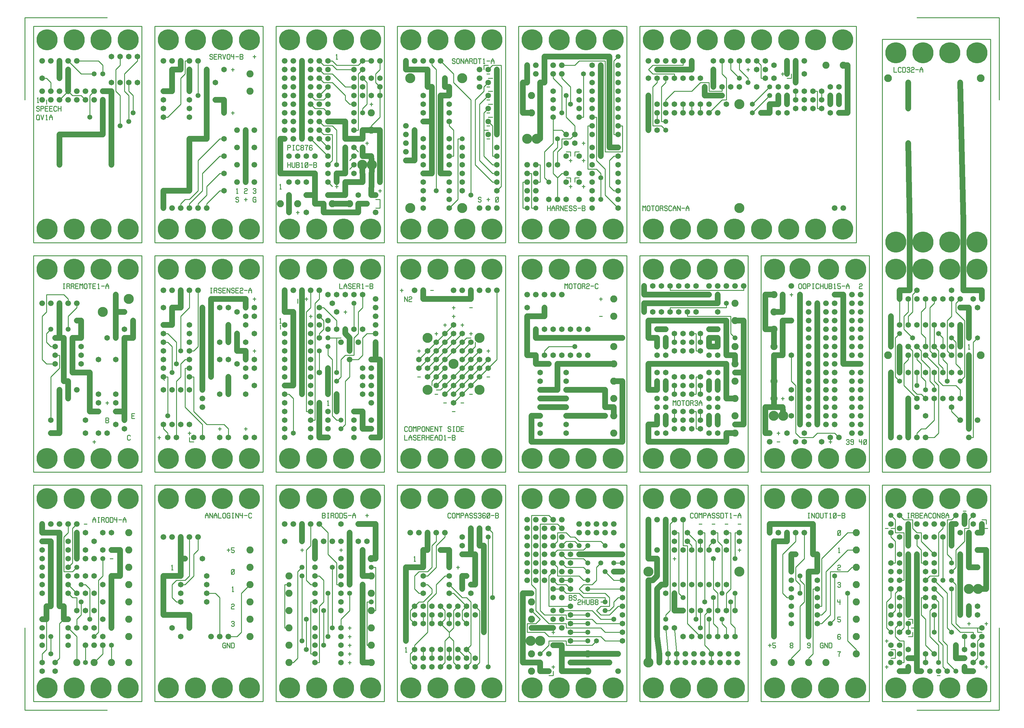
<source format=gtl>
%MOIN*%
%FSLAX25Y25*%
G04 D10 used for Character Trace; *
G04     Circle (OD=.01000) (No hole)*
G04 D11 used for Power Trace; *
G04     Circle (OD=.06700) (No hole)*
G04 D12 used for Signal Trace; *
G04     Circle (OD=.01100) (No hole)*
G04 D13 used for Via; *
G04     Circle (OD=.05800) (Round. Hole ID=.02800)*
G04 D14 used for Component hole; *
G04     Circle (OD=.06500) (Round. Hole ID=.03500)*
G04 D15 used for Component hole; *
G04     Circle (OD=.06600) (Round. Hole ID=.04200)*
G04 D16 used for Component hole; *
G04     Circle (OD=.08200) (Round. Hole ID=.05200)*
G04 D17 used for Component hole; *
G04     Circle (OD=.08950) (Round. Hole ID=.05950)*
G04 D18 used for Component hole; *
G04     Circle (OD=.11600) (Round. Hole ID=.08600)*
G04 D19 used for Component hole; *
G04     Circle (OD=.15500) (Round. Hole ID=.12500)*
G04 D20 used for Component hole; *
G04     Circle (OD=.18200) (Round. Hole ID=.15200)*
G04 D21 used for Component hole; *
G04     Circle (OD=.24300) (Round. Hole ID=.21300)*
%ADD10C,.01000*%
%ADD11C,.06700*%
%ADD12C,.01100*%
%ADD13C,.05800*%
%ADD14C,.06500*%
%ADD15C,.06600*%
%ADD16C,.08200*%
%ADD17C,.08950*%
%ADD18C,.11600*%
%ADD19C,.15500*%
%ADD20C,.18200*%
%ADD21C,.24300*%
%IPPOS*%
%LPD*%
G90*X0Y0D02*D12*X10000Y10000D02*X135000D01*       
Y260000D01*X10000D01*Y10000D01*D21*               
X25625Y25625D03*D14*X35000Y45000D03*X20000D03*    
X35000Y55000D03*D12*X40000Y60000D01*Y100000D01*   
X45000Y105000D01*D11*X50000D01*D14*D03*D11*       
X45000D02*Y120000D01*D14*D03*D11*X40000D01*       
Y195000D01*D13*D03*D11*Y205000D01*X20000D01*      
Y215000D01*D15*D03*X30000D03*X40000D03*D14*       
X20000Y195000D03*D11*X30000D01*Y120000D01*        
X25000D01*D14*D03*D11*Y105000D01*D12*Y70000D01*   
X20000Y65000D01*Y55000D01*D14*D03*D13*            
X30000Y65000D03*D12*Y85000D01*D13*D03*D14*        
X20000Y95000D03*Y75000D03*Y85000D03*              
X50000Y75000D03*Y85000D03*D11*X20000Y105000D02*   
X25000D01*D14*X20000D03*X50000Y135000D03*D12*     
X55000Y130000D01*X60000D01*Y115000D01*D14*D03*D12*
Y105000D02*X65000Y110000D01*X60000Y95000D02*      
Y105000D01*D14*Y95000D03*X70000D03*X50000D03*D12* 
X60000Y85000D01*Y55000D01*D16*D03*D13*X70000D03*  
D12*Y75000D01*D15*D03*D13*X80000Y85000D03*D12*    
X85000Y90000D01*Y150000D01*X90000Y155000D01*      
Y175000D01*D13*D03*D14*X100000Y185000D03*D11*     
X110000D01*Y155000D01*X100000D01*D14*D03*D11*     
Y135000D01*D14*D03*D11*Y115000D01*D14*D03*D11*    
Y95000D01*D14*D03*X90000Y105000D03*Y85000D03*     
X80000Y115000D03*D15*Y75000D03*D16*               
X120000Y85000D03*D15*X90000Y75000D03*D12*         
Y65000D01*X80000Y55000D01*D16*D03*D13*            
X100000Y75000D03*D12*Y55000D01*D16*D03*X120000D03*
D21*X88125Y25625D03*X119375D03*D14*               
X80000Y95000D03*D21*X56875Y25625D03*D16*          
X120000Y105000D03*D13*X75000D03*D12*Y140000D01*   
X70000Y145000D01*X65000D01*D13*D03*D14*           
X70000Y155000D03*X60000Y135000D03*D12*            
X50000Y145000D01*D14*D03*X60000Y155000D03*        
X50000D03*D12*X45000Y160000D02*X55000D01*         
X45000D02*Y200000D01*X50000Y205000D01*Y215000D01* 
D15*D03*D12*X55000Y170000D02*Y210000D01*          
X50000Y165000D02*X55000Y170000D01*D14*            
X50000Y165000D03*D12*X55000Y160000D02*            
X60000Y165000D01*D13*D03*D15*X70000Y175000D03*D14*
X50000D03*D15*X60000D03*D11*Y205000D01*D13*D03*   
D12*X55000Y210000D02*X60000Y215000D01*D15*D03*D14*
X70000Y205000D03*D10*X68326Y215000D02*X71674D01*  
D14*X80000Y195000D03*X50000D03*D10*               
X78326Y217129D02*Y220000D01*X80000Y222871D01*     
X81674Y220000D01*Y217129D01*X78326Y220000D02*     
X81674D01*X85000Y217129D02*Y222871D01*            
X84163Y217129D02*X85837D01*X84163Y222871D02*      
X85837D01*X88326Y217129D02*Y222871D01*X90837D01*  
X91674Y221914D01*Y220957D01*X90837Y220000D01*     
X88326D01*X90837D02*X91674Y217129D01*             
X96674Y218086D02*X95837Y217129D01*X94163D01*      
X93326Y218086D01*Y221914D01*X94163Y222871D01*     
X95837D01*X96674Y221914D01*Y218086D01*            
X98326Y217129D02*Y222871D01*X100837D01*           
X101674Y221914D01*Y218086D01*X100837Y217129D01*   
X98326D01*X105837Y222871D02*Y217129D01*           
X103326Y222871D02*Y220000D01*X106674D01*          
X108326D02*X111674D01*X113326Y217129D02*          
Y220000D01*X115000Y222871D01*X116674Y220000D01*   
Y217129D01*X113326Y220000D02*X116674D01*D14*      
X90000Y185000D03*D21*X88125Y244375D03*D14*        
X90000Y205000D03*X50000Y185000D03*D21*            
X56875Y244375D03*D14*X70000Y185000D03*D21*        
X25625Y244375D03*D10*X98326Y175000D02*X101674D01* 
D14*X20000D03*X100000Y205000D03*D15*              
X80000Y175000D03*D14*X20000Y185000D03*Y165000D03* 
D16*X120000D03*D14*X20000Y155000D03*D16*          
X120000Y185000D03*Y205000D03*D14*X80000Y155000D03*
D21*X119375Y244375D03*D14*X20000Y145000D03*       
X90000D03*D16*X120000D03*D14*X20000Y135000D03*    
X70000D03*X80000D03*D13*X65000Y125000D03*D12*     
Y110000D01*D14*X70000Y115000D03*X90000Y125000D03* 
D16*X120000D03*G90*X0Y0D02*D12*X150000Y10000D02*  
X275000D01*Y260000D01*X150000D01*Y10000D01*D21*   
X165625Y25625D03*X196875D03*D15*X225000Y85000D03* 
D12*Y130000D01*X220000Y135000D01*X210000D01*D14*  
D03*Y145000D03*Y125000D03*D12*X185000Y150000D02*  
X190000Y155000D01*X175000Y150000D02*X185000D01*   
X170000Y145000D02*X175000Y150000D01*              
X170000Y130000D02*Y145000D01*X175000Y125000D02*   
X170000Y130000D01*X175000Y125000D02*X180000D01*   
D14*D03*Y135000D03*D11*X190000Y95000D02*          
Y110000D01*D14*Y95000D03*X180000Y85000D03*D11*    
X160000Y110000D02*X190000D01*X160000D02*          
Y155000D01*X180000D01*D14*D03*D11*Y175000D01*     
X185000D01*D14*D03*D11*X180000D02*Y200000D01*D15* 
D03*X190000D03*D12*Y155000D01*X185000Y145000D02*  
X195000Y155000D01*X180000Y145000D02*X185000D01*   
D14*X180000D03*D12*X195000Y155000D02*Y180000D01*  
X200000Y185000D01*Y200000D01*D15*D03*D10*         
X208326Y222129D02*Y225000D01*X210000Y227871D01*   
X211674Y225000D01*Y222129D01*X208326Y225000D02*   
X211674D01*X213326Y222129D02*Y227871D01*          
X216674Y222129D01*Y227871D01*X218326Y222129D02*   
Y225000D01*X220000Y227871D01*X221674Y225000D01*   
Y222129D01*X218326Y225000D02*X221674D01*          
X223326Y227871D02*Y222129D01*X226674D01*          
X231674Y223086D02*X230837Y222129D01*X229163D01*   
X228326Y223086D01*Y226914D01*X229163Y227871D01*   
X230837D01*X231674Y226914D01*Y223086D01*          
X236674D02*X235837Y222129D01*X234163D01*          
X233326Y223086D01*Y226914D01*X234163Y227871D01*   
X235837D01*X236674Y226914D01*X235000Y225000D02*   
X236674D01*Y222129D01*X240000D02*Y227871D01*      
X239163Y222129D02*X240837D01*X239163Y227871D02*   
X240837D01*X243326Y222129D02*Y227871D01*          
X246674Y222129D01*Y227871D01*X250837D02*          
Y222129D01*X248326Y227871D02*Y225000D01*          
X251674D01*X253326D02*X256674D01*                 
X261674Y223086D02*X260837Y222129D01*X259163D01*   
X258326Y223086D01*Y226914D01*X259163Y227871D01*   
X260837D01*X261674Y226914D01*D14*                 
X205000Y175000D03*D15*X170000Y200000D03*D10*      
X169163Y166914D02*X170000Y167871D01*Y162129D01*   
X169163D02*X170837D01*X233326Y185000D02*          
X236674D01*X235000Y186914D02*Y183086D01*          
X241674Y187871D02*X238326D01*Y185000D01*          
X240837D01*X241674Y184043D01*Y183086D01*          
X240837Y182129D01*X239163D01*X238326Y183086D01*   
X241674Y158086D02*X240837Y157129D01*X239163D01*   
X238326Y158086D01*Y161914D01*X239163Y162871D01*   
X240837D01*X241674Y161914D01*Y158086D01*          
X238326Y157129D02*X241674Y162871D01*D15*          
X160000Y200000D03*D21*X228125Y244375D03*          
X196875D03*D14*X210000Y155000D03*D21*             
X165625Y244375D03*D16*X260000Y145000D03*D12*      
X250000Y135000D01*Y90000D01*X245000Y85000D01*     
X235000D01*D15*D03*D10*X231674Y73086D02*          
X230837Y72129D01*X229163D01*X228326Y73086D01*     
Y76914D01*X229163Y77871D01*X230837D01*            
X231674Y76914D01*X230000Y75000D02*X231674D01*     
Y72129D01*X233326D02*Y77871D01*X236674Y72129D01*  
Y77871D01*X238326Y72129D02*Y77871D01*X240837D01*  
X241674Y76914D01*Y73086D01*X240837Y72129D01*      
X238326D01*Y101914D02*X239163Y102871D01*          
X240837D01*X241674Y101914D01*Y100957D01*          
X240837Y100000D01*X239163D01*X240837D02*          
X241674Y99043D01*Y98086D01*X240837Y97129D01*      
X239163D01*X238326Y98086D01*D15*X215000Y85000D03* 
D16*X260000D03*Y105000D03*D10*X238326Y121914D02*  
X239163Y122871D01*X240837D01*X241674Y121914D01*   
Y120957D01*X240837Y120000D01*X239163D01*          
X238326Y119043D01*Y117129D01*X241674D01*D16*      
X260000Y125000D03*D10*X239163Y141914D02*          
X240000Y142871D01*Y137129D01*X239163D02*          
X240837D01*D21*X228125Y25625D03*X259375D03*D14*   
X170000Y95000D03*D16*X260000Y165000D03*Y185000D03*
D21*X259375Y244375D03*G90*X0Y0D02*D12*            
X290000Y10000D02*X415000D01*Y260000D01*X290000D01*
Y10000D01*D21*X305625Y25625D03*D14*               
X335000Y55000D03*D12*X340000D01*Y120000D01*       
X345000Y125000D01*Y150000D01*X340000Y155000D01*   
X335000D01*D14*D03*D12*X330000Y145000D02*         
X335000D01*D14*D03*D12*X330000D02*                
X325000Y150000D01*Y185000D01*X330000Y190000D01*   
Y215000D01*D15*D03*X340000D03*D12*                
X350000Y205000D01*Y180000D01*X360000Y170000D01*   
Y145000D01*X365000D01*D14*D03*D13*                
X375000Y135000D03*D12*Y115000D01*                 
X365000Y105000D01*Y95000D01*D14*D03*D10*          
X373326Y85000D02*X376674D01*X375000Y86914D02*     
Y83086D01*X373326Y95000D02*X376674D01*            
X375000Y96914D02*Y93086D01*D13*X355000Y95000D03*  
D12*Y165000D01*D13*D03*D14*X365000Y155000D03*     
Y175000D03*Y165000D03*D13*X375000Y145000D03*D11*  
Y175000D01*D13*D03*D11*Y205000D01*D14*D03*        
X385000Y195000D03*Y215000D03*D11*X395000D01*D14*  
D03*D11*X405000D01*Y175000D01*X400000D01*D16*D03* 
D13*X390000Y185000D03*D11*Y155000D01*X400000D01*  
D16*D03*D13*X390000Y145000D03*D11*Y55000D01*      
X400000D01*D16*D03*Y75000D03*D12*X395000D01*      
Y125000D01*X400000D01*D13*D03*D16*Y135000D03*     
Y115000D03*D12*X405000D01*Y165000D01*X400000D01*  
D13*D03*D14*X395000Y195000D03*X365000D03*D10*     
X363326Y185000D02*X366674D01*X365000Y186914D02*   
Y183086D01*D14*Y135000D03*Y125000D03*D15*         
X355000Y195000D03*D14*X365000Y115000D03*D13*      
X350000Y135000D03*D12*Y85000D01*D13*D03*          
X345000Y75000D03*D12*Y115000D01*D13*D03*D14*      
X335000Y125000D03*D12*X330000D01*Y65000D01*       
X335000D01*D14*D03*D13*X325000Y70000D03*D12*      
Y105000D01*D13*D03*D14*X335000Y95000D03*          
Y115000D03*D16*X305000D03*Y95000D03*D12*          
X300000D01*Y145000D01*X305000D01*D13*D03*D16*     
Y155000D03*Y135000D03*D12*X315000Y60000D02*       
Y160000D01*X310000Y55000D02*X315000Y60000D01*     
X305000Y55000D02*X310000D01*D16*X305000D03*       
Y75000D03*D13*X320000Y80000D03*D12*Y155000D01*D13*
D03*D12*X315000Y160000D02*X320000Y165000D01*D13*  
D03*D14*X335000D03*Y175000D03*D11*Y195000D01*D15* 
D03*X345000D03*D14*X320000D03*D11*Y215000D01*D15* 
D03*X310000D03*D14*X300000Y195000D03*D15*         
Y215000D03*D10*X343326Y222129D02*Y227871D01*      
X345837D01*X346674Y226914D01*Y225957D01*          
X345837Y225000D01*X346674Y224043D01*Y223086D01*   
X345837Y222129D01*X343326D01*Y225000D02*          
X345837D01*X350000Y222129D02*Y227871D01*          
X349163Y222129D02*X350837D01*X349163Y227871D02*   
X350837D01*X353326Y222129D02*Y227871D01*          
X355837D01*X356674Y226914D01*Y225957D01*          
X355837Y225000D01*X353326D01*X355837D02*          
X356674Y222129D01*X361674Y223086D02*              
X360837Y222129D01*X359163D01*X358326Y223086D01*   
Y226914D01*X359163Y227871D01*X360837D01*          
X361674Y226914D01*Y223086D01*X363326Y222129D02*   
Y227871D01*X365837D01*X366674Y226914D01*          
Y223086D01*X365837Y222129D01*X363326D01*          
X371674Y227871D02*X368326D01*Y225000D01*          
X370837D01*X371674Y224043D01*Y223086D01*          
X370837Y222129D01*X369163D01*X368326Y223086D01*   
X373326Y225000D02*X376674D01*X378326Y222129D02*   
Y225000D01*X380000Y227871D01*X381674Y225000D01*   
Y222129D01*X378326Y225000D02*X381674D01*D21*      
X336875Y244375D03*D10*X318326Y185000D02*          
X321674D01*X320000Y186914D02*Y183086D01*D21*      
X305625Y244375D03*D14*X365000Y215000D03*D21*      
X368125Y244375D03*D10*X393326Y225000D02*          
X396674D01*X395000Y226914D02*Y223086D01*D14*      
X335000Y135000D03*D21*X399375Y244375D03*D16*      
X400000Y95000D03*D14*X335000Y85000D03*X365000D03* 
X335000Y75000D03*X365000D03*D10*X373326D02*       
X376674D01*X375000Y76914D02*Y73086D01*D14*        
X365000Y65000D03*D10*X373326D02*X376674D01*       
X375000Y66914D02*Y63086D01*D14*X365000Y55000D03*  
D10*X373326D02*X376674D01*X375000Y56914D02*       
Y53086D01*D21*X336875Y25625D03*X368125D03*        
X399375D03*G90*X0Y0D02*D12*X430000Y10000D02*      
X555000D01*Y260000D01*X430000D01*Y10000D01*D21*   
X445625Y25625D03*D14*X470000Y50000D03*X460000D03* 
X450000D03*D12*X445000Y55000D01*Y65000D01*        
X450000Y70000D01*D14*D03*D12*Y75000D01*           
X465000Y90000D01*Y125000D01*X475000Y135000D01*    
Y145000D01*X485000Y155000D01*X490000D01*D14*D03*  
D10*X498326Y165000D02*X501674D01*                 
X500000Y166914D02*Y163086D01*D14*                 
X490000Y165000D03*D11*Y185000D01*X480000D01*D14*  
D03*D12*X475000Y165000D02*Y190000D01*             
X465000Y155000D02*X475000Y165000D01*              
X460000Y155000D02*X465000D01*D14*X460000D03*D12*  
X455000Y160000D02*X465000D01*X450000Y155000D02*   
X455000Y160000D01*X450000Y140000D02*Y155000D01*   
X455000Y135000D02*X450000Y140000D01*              
X455000Y135000D02*X460000D01*D14*D03*D12*         
X470000Y140000D02*X465000Y145000D01*              
X470000Y135000D02*Y140000D01*X460000Y125000D02*   
X470000Y135000D01*X455000Y125000D02*X460000D01*   
X450000Y120000D02*X455000Y125000D01*D14*          
X450000Y120000D03*D12*X445000Y115000D01*          
Y105000D01*X450000Y100000D01*D14*D03*             
X460000Y110000D03*D12*Y100000D01*D14*D03*         
X470000Y110000D03*D12*Y100000D01*D14*D03*         
X480000Y110000D03*Y100000D03*D12*X490000Y90000D01*
Y85000D01*X485000Y80000D01*Y55000D01*             
X480000Y50000D01*D14*D03*X490000Y60000D03*D12*    
Y70000D01*D14*D03*X500000Y60000D03*X480000D03*D12*
X495000Y55000D02*Y80000D01*X500000Y50000D02*      
X495000Y55000D01*D14*X500000Y50000D03*            
X510000Y60000D03*D12*X500000Y70000D01*D14*D03*    
X510000D03*D12*X515000Y65000D01*Y55000D01*        
X510000Y50000D01*D14*D03*X520000Y60000D03*        
Y50000D03*D12*X525000Y55000D01*Y115000D01*        
X520000Y120000D01*D14*D03*D12*X515000Y75000D02*   
Y125000D01*X510000Y70000D02*X515000Y75000D01*     
X495000Y80000D02*X490000Y85000D01*Y90000D02*      
X495000Y95000D01*Y115000D01*X500000Y120000D01*D14*
D03*D12*X505000Y105000D02*Y115000D01*             
X510000Y100000D02*X505000Y105000D01*D14*          
X510000Y100000D03*X520000Y110000D03*X500000D03*   
X510000D03*X500000Y100000D03*D12*                 
X505000Y115000D02*X510000Y120000D01*D14*D03*D12*  
X495000Y135000D01*X490000D01*D14*D03*Y145000D03*  
D12*X505000Y130000D01*X510000D01*                 
X515000Y125000D01*D14*Y135000D03*D13*X530000D03*  
D11*Y90000D01*D13*D03*D14*X490000Y50000D03*       
Y120000D03*Y110000D03*D12*Y100000D01*D14*D03*D12* 
X480000D02*X485000Y105000D01*Y115000D01*          
X480000Y120000D01*D14*D03*X470000D03*X460000D03*  
D12*Y145000D02*X465000D01*D14*X460000D03*D12*     
X465000Y160000D02*X470000Y165000D01*Y190000D01*   
X475000Y195000D01*Y205000D01*D15*D03*D12*         
Y190000D02*X485000Y200000D01*Y205000D01*D15*D03*  
D11*X460000Y185000D02*X465000D01*D14*X460000D03*  
D11*Y165000D01*D14*D03*D11*X440000D01*Y80000D01*  
D13*D03*D10*X439163Y71914D02*X440000Y72871D01*    
Y67129D01*X439163D02*X440837D01*D14*              
X460000Y60000D03*D12*Y70000D01*D14*D03*           
X470000Y60000D03*D12*Y70000D01*D14*D03*X480000D03*
X450000Y60000D03*Y110000D03*D21*X476875Y25625D03* 
X508125D03*D11*X530000Y135000D02*Y155000D01*D14*  
D03*D11*Y190000D01*X525000D01*D13*D03*D11*        
Y210000D01*D14*D03*D13*X535000Y200000D03*D12*     
Y50000D01*D13*D03*D21*X539375Y25625D03*D13*       
X540000Y130000D03*D12*Y205000D01*                 
X535000Y210000D01*D14*D03*X515000D03*D11*         
Y180000D01*X505000D01*D14*D03*D11*X515000D02*     
X520000D01*Y145000D01*X515000D01*D14*D03*D11*     
X505000Y140000D02*Y155000D01*D14*Y140000D03*      
X510000Y155000D03*D11*X505000D01*D14*Y190000D03*  
D11*X465000Y185000D02*Y205000D01*D15*D03*         
X455000D03*X445000D03*D10*X491674Y223086D02*      
X490837Y222129D01*X489163D01*X488326Y223086D01*   
Y226914D01*X489163Y227871D01*X490837D01*          
X491674Y226914D01*X496674Y223086D02*              
X495837Y222129D01*X494163D01*X493326Y223086D01*   
Y226914D01*X494163Y227871D01*X495837D01*          
X496674Y226914D01*Y223086D01*X498326Y222129D02*   
Y227871D01*X500000Y225957D01*X501674Y227871D01*   
Y222129D01*X503326D02*Y227871D01*X505837D01*      
X506674Y226914D01*Y225957D01*X505837Y225000D01*   
X503326D01*X508326Y222129D02*Y225000D01*          
X510000Y227871D01*X511674Y225000D01*Y222129D01*   
X508326Y225000D02*X511674D01*X516674Y226914D02*   
X515837Y227871D01*X514163D01*X513326Y226914D01*   
Y225957D01*X514163Y225000D01*X515837D01*          
X516674Y224043D01*Y223086D01*X515837Y222129D01*   
X514163D01*X513326Y223086D01*X521674Y226914D02*   
X520837Y227871D01*X519163D01*X518326Y226914D01*   
Y225957D01*X519163Y225000D01*X520837D01*          
X521674Y224043D01*Y223086D01*X520837Y222129D01*   
X519163D01*X518326Y223086D01*X523326Y226914D02*   
X524163Y227871D01*X525837D01*X526674Y226914D01*   
Y225957D01*X525837Y225000D01*X524163D01*          
X525837D02*X526674Y224043D01*Y223086D01*          
X525837Y222129D01*X524163D01*X523326Y223086D01*   
X531674Y226914D02*X530837Y227871D01*X529163D01*   
X528326Y226914D01*Y223086D01*X529163Y222129D01*   
X530837D01*X531674Y223086D01*Y224043D01*          
X530837Y225000D01*X529163D01*X528326Y224043D01*   
X536674Y223086D02*X535837Y222129D01*X534163D01*   
X533326Y223086D01*Y226914D01*X534163Y227871D01*   
X535837D01*X536674Y226914D01*Y223086D01*          
X533326Y222129D02*X536674Y227871D01*              
X538326Y225000D02*X541674D01*X543326Y222129D02*   
Y227871D01*X545837D01*X546674Y226914D01*          
Y225957D01*X545837Y225000D01*X546674Y224043D01*   
Y223086D01*X545837Y222129D01*X543326D01*          
Y225000D02*X545837D01*X449163Y176914D02*          
X450000Y177871D01*Y172129D01*X449163D02*          
X450837D01*D21*X476875Y244375D03*D14*             
X505000Y200000D03*D21*X445625Y244375D03*          
X508125D03*X539375D03*G90*X0Y0D02*D12*            
X570000Y10000D02*X695000D01*Y260000D01*X570000D01*
Y10000D01*D21*X585625Y25625D03*D14*               
X605000Y45000D03*D11*X595000D01*Y55000D01*        
X575000D01*Y135000D01*X585000D01*D13*D03*D12*     
X590000Y115000D02*Y140000D01*X605000Y100000D02*   
X590000Y115000D01*X605000Y100000D02*X625000D01*   
Y95000D01*X665000D01*X670000Y90000D01*X690000D01* 
D14*D03*Y100000D03*D12*X660000D01*                
X655000Y105000D01*X625000D01*Y110000D01*          
X600000D01*X595000Y115000D01*Y215000D01*          
X615000D01*X620000Y210000D01*D15*D03*D12*         
X630000Y200000D02*X625000Y205000D01*              
X630000Y200000D02*X635000D01*X640000Y195000D01*   
X665000D01*X670000Y190000D01*D13*D03*             
X680000Y180000D03*D11*X640000D01*D13*D03*D12*     
X650000Y170000D02*X645000Y175000D01*D13*          
X650000Y170000D03*D12*X625000Y175000D02*          
X645000D01*X625000D02*X620000Y180000D01*D15*D03*  
D12*X610000D02*X615000Y185000D01*D15*             
X610000Y180000D03*D12*X615000Y185000D02*          
X645000D01*X650000Y190000D01*D13*D03*X640000D03*  
D12*X635000Y195000D01*X625000D01*                 
X620000Y190000D01*D15*D03*D12*X610000D02*         
X615000Y195000D01*D15*X610000Y190000D03*D12*      
X615000Y195000D02*Y205000D01*X625000D01*D15*      
X620000Y200000D03*X610000Y220000D03*D12*          
X605000Y225000D01*X585000D01*Y145000D01*          
X590000Y140000D01*D15*X600000Y150000D03*          
X580000D03*X590000D03*D12*X605000Y120000D02*      
Y155000D01*Y120000D02*X630000D01*D14*D03*D15*     
X620000Y130000D03*D10*X628326Y127129D02*          
Y132871D01*X630837D01*X631674Y131914D01*          
Y130957D01*X630837Y130000D01*X631674Y129043D01*   
Y128086D01*X630837Y127129D01*X628326D01*          
Y130000D02*X630837D01*X636674Y131914D02*          
X635837Y132871D01*X634163D01*X633326Y131914D01*   
Y130957D01*X634163Y130000D01*X635837D01*          
X636674Y129043D01*Y128086D01*X635837Y127129D01*   
X634163D01*X633326Y128086D01*D14*                 
X630000Y110000D03*D12*X650000D01*D13*D03*D12*     
X665000Y105000D02*X655000Y115000D01*              
X665000Y105000D02*X680000D01*D13*D03*D12*         
X665000Y110000D02*X675000D01*X665000D02*          
X660000Y115000D01*X665000Y120000D01*X675000D01*   
Y130000D01*X670000Y135000D01*X645000D01*          
X640000Y140000D01*X645000Y145000D01*X655000D01*   
X660000Y150000D01*Y165000D01*X665000Y170000D01*   
D13*D03*X670000Y160000D03*D12*X680000Y150000D01*  
X690000D01*D14*D03*D13*X680000Y160000D03*D11*     
X690000D01*D14*D03*D13*X680000Y170000D03*D12*     
X690000D01*D14*D03*D11*X680000Y180000D02*         
X690000D01*D14*D03*Y190000D03*D15*                
X680000Y205000D03*X670000D03*X660000D03*          
X680000Y215000D03*X670000D03*X660000D03*D13*      
X650000Y140000D03*D12*X690000D01*D14*D03*D12*     
X680000Y125000D02*X685000Y130000D01*              
X680000Y120000D02*Y125000D01*X675000Y115000D02*   
X680000Y120000D01*X670000Y115000D02*X675000D01*   
D13*X670000D03*D12*X675000Y110000D02*             
X685000Y120000D01*X690000D01*D14*D03*Y130000D03*  
D12*X685000D01*X670000Y125000D02*Y130000D01*D13*  
Y125000D03*D12*X665000D01*X645000Y130000D02*      
X670000D01*X645000D02*X640000Y135000D01*          
X625000D01*X620000Y140000D01*D15*D03*D12*         
X610000D01*D14*D03*D12*X615000Y145000D02*         
X625000D01*X630000Y140000D01*D14*D03*D15*         
X620000Y150000D03*D12*X630000D01*D14*D03*D15*     
X620000Y160000D03*D14*X630000D03*D12*             
X645000Y150000D02*X640000Y155000D01*              
X645000Y150000D02*X650000D01*D13*D03*D12*         
X615000Y155000D02*X640000D01*X615000D02*          
Y165000D01*X610000Y170000D01*D15*D03*             
X600000Y180000D03*Y160000D03*X620000Y170000D03*   
D12*X625000Y165000D01*X645000D01*                 
X650000Y160000D01*D13*D03*D14*X630000Y180000D03*  
Y170000D03*Y190000D03*D10*X638326Y126914D02*      
X639163Y127871D01*X640837D01*X641674Y126914D01*   
Y125957D01*X640837Y125000D01*X639163D01*          
X638326Y124043D01*Y122129D01*X641674D01*          
X643326D02*Y127871D01*X646674Y122129D02*          
Y127871D01*X643326Y125000D02*X646674D01*          
X651674Y127871D02*Y123086D01*X650837Y122129D01*   
X649163D01*X648326Y123086D01*Y127871D01*          
X653326Y122129D02*Y127871D01*X655837D01*          
X656674Y126914D01*Y125957D01*X655837Y125000D01*   
X656674Y124043D01*Y123086D01*X655837Y122129D01*   
X653326D01*Y125000D02*X655837D01*X659163D02*      
X658326Y125957D01*Y126914D01*X659163Y127871D01*   
X660837D01*X661674Y126914D01*Y125957D01*          
X660837Y125000D01*X659163D01*X658326Y124043D01*   
Y123086D01*X659163Y122129D01*X660837D01*          
X661674Y123086D01*Y124043D01*X660837Y125000D01*   
D12*X615000Y145000D02*X610000Y150000D01*D15*D03*  
D12*X605000Y155000D02*X610000Y160000D01*D15*D03*  
X600000Y170000D03*X590000Y180000D03*Y170000D03*   
Y160000D03*X580000Y190000D03*Y180000D03*          
Y170000D03*Y160000D03*D14*X610000Y130000D03*D15*  
X600000Y190000D03*X590000D03*D16*                 
X585000Y125000D03*D15*X610000Y200000D03*          
X600000D03*X590000D03*X580000D03*D12*             
X620000Y115000D02*X655000D01*D14*X620000D03*      
X610000Y105000D03*Y115000D03*X620000Y105000D03*   
X630000Y100000D03*D12*X650000D01*D13*D03*         
Y90000D03*D12*X630000D01*D14*D03*D15*             
X620000Y95000D03*D12*X625000Y75000D02*Y80000D01*  
Y75000D02*X655000D01*X660000Y80000D01*D13*D03*D12*
X670000D02*X665000Y85000D01*X670000Y80000D02*     
X690000D01*D14*D03*D15*X685000Y65000D03*D11*      
X650000D01*D16*D03*D11*X620000D01*Y55000D01*D15*  
D03*D11*Y45000D01*X650000D01*D16*D03*D13*         
X630000Y55000D03*D11*X675000D01*D15*D03*          
X685000Y45000D03*D13*X650000Y80000D03*D12*        
X630000D01*D14*D03*D12*X605000D02*X625000D01*     
X605000Y75000D02*Y80000D01*X595000Y65000D02*      
X605000Y75000D01*D13*X595000Y65000D03*D14*        
X605000D03*D16*X585000D03*D10*X608326Y50000D02*   
X611674D01*X610000Y51914D02*Y48086D01*D18*        
X595000Y80000D03*D14*X610000Y75000D03*D11*        
X620000D01*Y65000D01*D12*X610000Y40000D02*        
Y45000D01*X605000Y40000D02*X610000D01*D21*        
X616875Y25625D03*D16*X585000Y45000D03*D18*        
X584000Y80000D03*D21*X648125Y25625D03*D12*        
X605000Y85000D02*X665000D01*D14*X690000Y110000D03*
X610000Y95000D03*D11*X585000D01*D13*D03*D12*      
X580000Y100000D02*X590000D01*X580000Y90000D02*    
Y100000D01*Y90000D02*X600000D01*X605000Y85000D01* 
D10*X608326Y90000D02*X611674D01*X610000Y91914D02* 
Y88086D01*D12*X590000Y100000D02*X595000Y105000D01*
X585000Y115000D01*D13*D03*D16*Y105000D03*D15*     
X650000Y205000D03*X640000D03*D21*X679375Y25625D03*
D15*X610000Y210000D03*X600000D03*X590000D03*      
X580000D03*X650000Y215000D03*X640000D03*          
X620000Y220000D03*X600000D03*X590000D03*          
X580000D03*D21*X679375Y244375D03*X648125D03*      
X616875D03*X585625D03*G90*X0Y0D02*D12*            
X710000Y10000D02*X835000D01*Y260000D01*X710000D01*
Y10000D01*D21*X725625Y25625D03*D15*               
X752500Y55000D03*D12*Y65000D01*D15*D03*D12*       
X750000Y95000D01*D14*D03*X760000Y85000D03*D13*    
X740000Y105000D03*D12*Y110000D01*                 
X745000Y115000D01*Y215000D01*X750000Y220000D01*   
D15*D03*X760000D03*D12*Y190000D01*X765000D01*     
Y100000D01*X780000Y85000D01*D14*D03*X790000D03*   
D12*Y105000D01*D13*D03*D12*X800000Y95000D02*      
X795000Y100000D01*X800000Y85000D02*Y95000D01*D14* 
Y85000D03*D12*X810000D02*Y95000D01*D14*Y85000D03* 
D12*X820000D02*Y95000D01*D14*Y85000D03*D12*       
X810000Y95000D02*X805000Y100000D01*Y105000D01*D13*
D03*D12*X820000Y95000D02*X815000Y100000D01*       
Y125000D01*D13*D03*X805000Y135000D03*D12*         
Y190000D01*X800000Y195000D01*Y205000D01*          
X795000D01*D14*D03*D10*X793326Y215000D02*         
X796674D01*D12*X785000Y125000D02*Y205000D01*D13*  
Y125000D03*D14*X780000Y115000D03*D12*Y95000D01*   
D13*D03*D14*X770000Y85000D03*D13*                 
X775000Y105000D03*D12*Y195000D01*                 
X765000Y205000D01*D14*D03*D12*X755000Y135000D02*  
Y205000D01*X760000Y130000D02*X755000Y135000D01*   
D13*X760000Y130000D03*D14*X750000Y135000D03*D11*  
Y115000D01*X760000D01*D14*D03*X770000D03*         
X740000Y135000D03*Y95000D03*D12*X742500Y65000D01* 
D15*D03*D12*Y55000D01*D15*D03*X732500Y65000D03*   
D11*Y55000D01*D15*D03*D11*Y65000D02*              
X730000Y85000D01*D13*D03*D11*Y140000D01*          
X735000Y145000D01*X740000D01*Y175000D01*D14*D03*  
D11*Y185000D01*D15*D03*D11*Y205000D01*D14*D03*D11*
Y220000D01*D15*D03*X730000D03*D12*                
X750000Y205000D02*X755000D01*D14*X750000D03*      
Y195000D03*X765000D03*D12*X770000Y190000D01*      
Y185000D01*D14*D03*X780000Y195000D03*D12*         
Y185000D01*D14*D03*X790000D03*D12*Y190000D01*     
X795000Y195000D01*D14*D03*D12*X780000Y205000D02*  
X785000D01*D14*X780000D03*D10*X778326Y215000D02*  
X781674D01*D14*X800000Y185000D03*X760000D03*D10*  
X771674Y223086D02*X770837Y222129D01*X769163D01*   
X768326Y223086D01*Y226914D01*X769163Y227871D01*   
X770837D01*X771674Y226914D01*X776674Y223086D02*   
X775837Y222129D01*X774163D01*X773326Y223086D01*   
Y226914D01*X774163Y227871D01*X775837D01*          
X776674Y226914D01*Y223086D01*X778326Y222129D02*   
Y227871D01*X780000Y225957D01*X781674Y227871D01*   
Y222129D01*X783326D02*Y227871D01*X785837D01*      
X786674Y226914D01*Y225957D01*X785837Y225000D01*   
X783326D01*X788326Y222129D02*Y225000D01*          
X790000Y227871D01*X791674Y225000D01*Y222129D01*   
X788326Y225000D02*X791674D01*X796674Y226914D02*   
X795837Y227871D01*X794163D01*X793326Y226914D01*   
Y225957D01*X794163Y225000D01*X795837D01*          
X796674Y224043D01*Y223086D01*X795837Y222129D01*   
X794163D01*X793326Y223086D01*X801674Y226914D02*   
X800837Y227871D01*X799163D01*X798326Y226914D01*   
Y225957D01*X799163Y225000D01*X800837D01*          
X801674Y224043D01*Y223086D01*X800837Y222129D01*   
X799163D01*X798326Y223086D01*X803326Y222129D02*   
Y227871D01*X805837D01*X806674Y226914D01*          
Y223086D01*X805837Y222129D01*X803326D01*          
X810000D02*Y227871D01*X808326D02*X811674D01*      
X814163Y226914D02*X815000Y227871D01*Y222129D01*   
X814163D02*X815837D01*X818326Y225000D02*          
X821674D01*X823326Y222129D02*Y225000D01*          
X825000Y227871D01*X826674Y225000D01*Y222129D01*   
X823326Y225000D02*X826674D01*X748326Y175000D02*   
X751674D01*X750000Y176914D02*Y173086D01*D14*      
X810000Y185000D03*Y195000D03*Y205000D03*D12*      
X815000D01*Y140000D01*X810000Y135000D01*          
Y115000D01*D14*D03*X820000D03*D12*Y135000D01*D13* 
D03*D14*X810000Y145000D03*X800000Y115000D03*D12*  
Y135000D01*X795000Y140000D01*Y175000D01*D13*D03*  
X820000D03*D12*Y205000D01*X825000D01*D14*D03*D10* 
X823326Y215000D02*X826674D01*D14*                 
X825000Y195000D03*D10*X808326Y215000D02*          
X811674D01*X823326Y185000D02*X826674D01*          
X825000Y186914D02*Y183086D01*D21*                 
X819375Y244375D03*X788125D03*D18*                 
X825000Y160000D03*D14*X770000Y145000D03*          
X780000D03*X790000D03*X800000D03*X760000D03*D21*  
X756875Y244375D03*D13*X795000Y130000D03*D12*      
Y100000D01*X785000Y75000D02*Y110000D01*           
X790000Y70000D02*X785000Y75000D01*                
X792500Y65000D02*X790000Y70000D01*D15*            
X792500Y65000D03*D12*Y55000D01*D15*D03*           
X802500Y65000D03*X782500D03*X802500Y55000D03*     
X782500D03*X772500Y65000D03*X812500Y55000D03*     
X772500D03*X812500Y65000D03*D21*X819375Y25625D03* 
D15*X762500Y65000D03*X822500Y55000D03*X762500D03* 
D21*X788125Y25625D03*D15*X822500Y65000D03*D21*    
X756875Y25625D03*D12*X785000Y110000D02*           
X790000Y115000D01*D14*D03*D13*X750000Y145000D03*  
D11*X730000Y155000D02*Y175000D01*                 
X725000Y150000D02*X730000Y155000D01*              
X720000Y150000D02*X725000D01*X720000Y135000D02*   
Y150000D01*D13*Y135000D03*D11*Y75000D01*D13*D03*  
D11*Y55000D01*D18*D03*Y160000D03*D11*Y175000D02*  
X730000D01*D14*X720000D03*D11*Y205000D01*D14*D03* 
D11*Y220000D01*D15*D03*D21*X725625Y244375D03*D15* 
X730000Y185000D03*X750000D03*G90*X0Y0D02*D12*     
X850000Y10000D02*X975000D01*Y260000D01*X850000D01*
Y10000D01*D21*X865625Y25625D03*D16*               
X885000Y55000D03*D12*Y60000D01*X895000Y70000D01*  
Y120000D01*X900000Y125000D01*Y145000D01*          
X895000Y150000D01*Y155000D01*D13*D03*D12*         
Y145000D02*X890000Y150000D01*X895000Y135000D02*   
Y145000D01*D13*Y135000D03*D14*X885000Y140000D03*  
Y130000D03*D12*X880000D01*X875000Y135000D01*      
Y180000D01*X890000Y195000D01*Y205000D01*D15*D03*  
D11*X865000Y195000D02*X880000D01*                 
X865000Y160000D02*Y195000D01*D13*Y160000D03*D11*  
Y85000D01*D13*D03*D10*X858326Y75000D02*X861674D01*
X860000Y76914D02*Y73086D01*X866674Y77871D02*      
X863326D01*Y75000D01*X865837D01*X866674Y74043D01* 
Y73086D01*X865837Y72129D01*X864163D01*            
X863326Y73086D01*X884163Y75000D02*                
X883326Y75957D01*Y76914D01*X884163Y77871D01*      
X885837D01*X886674Y76914D01*Y75957D01*            
X885837Y75000D01*X884163D01*X883326Y74043D01*     
Y73086D01*X884163Y72129D01*X885837D01*            
X886674Y73086D01*Y74043D01*X885837Y75000D01*D14*  
X885000Y100000D03*Y110000D03*D16*X865000Y55000D03*
D14*X885000Y120000D03*D16*X905000Y55000D03*D12*   
Y60000D01*X910000Y65000D01*Y140000D01*X915000D01* 
D14*D03*Y150000D03*Y130000D03*D12*                
X930000Y110000D02*Y160000D01*X920000Y100000D02*   
X930000Y110000D01*X915000Y100000D02*X920000D01*   
D14*X915000D03*D12*Y110000D02*X920000D01*D14*     
X915000D03*D12*X920000D02*X925000Y115000D01*      
Y160000D01*X950000Y185000D01*X960000D01*D16*D03*  
D10*X941674Y203086D02*X940837Y202129D01*          
X939163D01*X938326Y203086D01*Y206914D01*          
X939163Y207871D01*X940837D01*X941674Y206914D01*   
Y203086D01*X938326Y202129D02*X941674Y207871D01*   
X938326Y166914D02*X939163Y167871D01*X940837D01*   
X941674Y166914D01*Y165957D01*X940837Y165000D01*   
X939163D01*X938326Y164043D01*Y162129D01*          
X941674D01*D12*X950000Y160000D02*                 
X955000Y165000D01*X930000Y160000D02*X950000D01*   
D13*X935000Y155000D03*D12*Y105000D01*             
X930000Y100000D01*D13*D03*D10*X941674Y107871D02*  
X938326D01*Y105000D01*X940837D01*                 
X941674Y104043D01*Y103086D01*X940837Y102129D01*   
X939163D01*X938326Y103086D01*X941674Y86914D02*    
X940837Y87871D01*X939163D01*X938326Y86914D01*     
Y83086D01*X939163Y82129D01*X940837D01*            
X941674Y83086D01*Y84043D01*X940837Y85000D01*      
X939163D01*X938326Y84043D01*D12*X960000Y70000D02* 
X950000Y80000D01*X960000Y65000D02*Y70000D01*D16*  
Y65000D03*D12*X950000Y80000D02*Y135000D01*D13*D03*
D16*X960000Y125000D03*Y145000D03*D10*             
X938326Y146914D02*X939163Y147871D01*X940837D01*   
X941674Y146914D01*Y145957D01*X940837Y145000D01*   
X939163D01*X940837D02*X941674Y144043D01*          
Y143086D01*X940837Y142129D01*X939163D01*          
X938326Y143086D01*X940837Y127871D02*Y122129D01*   
X938326Y127871D02*Y125000D01*X941674D01*D16*      
X960000Y165000D03*D12*X955000D01*D10*             
X939163Y186914D02*X940000Y187871D01*Y182129D01*   
X939163D02*X940837D01*D12*X920000Y120000D02*      
Y175000D01*X915000Y120000D02*X920000D01*D14*      
X915000D03*X885000Y150000D03*D12*X890000D02*      
Y165000D01*X900000Y175000D01*Y205000D01*D15*D03*  
D11*X910000Y180000D02*Y215000D01*D14*Y180000D03*  
D11*X915000D01*Y160000D01*D14*D03*D11*X905000D01* 
Y85000D01*D13*D03*D10*X906674Y75957D02*           
X905837Y75000D01*X904163D01*X903326Y75957D01*     
Y76914D01*X904163Y77871D01*X905837D01*            
X906674Y76914D01*Y73086D01*X905837Y72129D01*      
X904163D01*X903326Y73086D01*X921674D02*           
X920837Y72129D01*X919163D01*X918326Y73086D01*     
Y76914D01*X919163Y77871D01*X920837D01*            
X921674Y76914D01*X920000Y75000D02*X921674D01*     
Y72129D01*X923326D02*Y77871D01*X926674Y72129D01*  
Y77871D01*X928326Y72129D02*Y77871D01*X930837D01*  
X931674Y76914D01*Y73086D01*X930837Y72129D01*      
X928326D01*D16*X925000Y55000D03*D10*              
X938326Y67871D02*X941674D01*X940000Y65000D01*     
Y62129D01*D16*X960000Y85000D03*Y105000D03*D21*    
X896875Y25625D03*X928125D03*X959375D03*D14*       
X885000Y160000D03*D11*Y180000D01*X890000D01*D14*  
D03*D11*X880000Y195000D02*Y205000D01*D15*D03*     
X870000D03*D11*X860000D02*Y215000D01*D15*         
Y205000D03*D11*Y215000D02*X910000D01*D10*         
X905000Y222129D02*Y227871D01*X904163Y222129D02*   
X905837D01*X904163Y227871D02*X905837D01*          
X908326Y222129D02*Y227871D01*X911674Y222129D01*   
Y227871D01*X916674Y223086D02*X915837Y222129D01*   
X914163D01*X913326Y223086D01*Y226914D01*          
X914163Y227871D01*X915837D01*X916674Y226914D01*   
Y223086D01*X921674Y227871D02*Y223086D01*          
X920837Y222129D01*X919163D01*X918326Y223086D01*   
Y227871D01*X925000Y222129D02*Y227871D01*          
X923326D02*X926674D01*X929163Y226914D02*          
X930000Y227871D01*Y222129D01*X929163D02*          
X930837D01*X936674Y223086D02*X935837Y222129D01*   
X934163D01*X933326Y223086D01*Y226914D01*          
X934163Y227871D01*X935837D01*X936674Y226914D01*   
Y223086D01*X933326Y222129D02*X936674Y227871D01*   
X938326Y225000D02*X941674D01*X943326Y222129D02*   
Y227871D01*X945837D01*X946674Y226914D01*          
Y225957D01*X945837Y225000D01*X946674Y224043D01*   
Y223086D01*X945837Y222129D01*X943326D01*          
Y225000D02*X945837D01*D21*X928125Y244375D03*      
X896875D03*D12*X920000Y175000D02*                 
X950000Y205000D01*X960000D01*D16*D03*D21*         
X959375Y244375D03*X865625D03*G90*X0Y0D02*D12*     
X990000Y10000D02*X1115000D01*Y260000D01*          
X990000D01*Y10000D01*D21*X1005625Y25625D03*D11*   
X1010000Y45000D02*X1020000D01*D14*X1010000D03*    
X1000000Y55000D03*D12*X1010000D02*X1015000D01*D14*
X1010000D03*D12*X1000000Y60000D02*X1005000D01*    
Y70000D01*X1000000D01*D14*Y75000D03*Y65000D03*D12*
X1010000Y80000D02*X1015000D01*Y55000D01*D14*      
X1020000Y50000D03*D11*Y45000D01*X1030000D02*      
X1035000D01*D14*D03*D11*X1030000D02*Y60000D01*    
X1020000D01*D14*D03*X1010000Y65000D03*D11*        
X1030000Y60000D02*Y75000D01*D13*D03*D11*          
Y100000D01*D13*D03*D11*Y180000D01*D13*D03*D12*    
X1035000Y170000D02*Y185000D01*Y170000D02*         
X1040000D01*D14*D03*X1050000Y160000D03*Y180000D03*
D12*X1035000Y195000D01*Y205000D01*X1030000D01*    
X1025000Y210000D01*Y220000D01*X1015000D01*        
X1010000Y225000D01*D14*D03*D12*X1005000Y210000D02*
Y220000D01*Y205000D02*Y210000D01*Y205000D02*      
X1015000D01*Y150000D01*X1010000D01*D14*D03*       
X1000000Y160000D03*Y140000D03*D12*Y130000D01*     
X995000Y125000D01*Y95000D01*X1000000Y90000D01*D13*
D03*D12*X1010000Y80000D02*X1005000Y85000D01*      
Y95000D01*X1010000Y100000D01*D14*D03*D12*         
Y90000D02*X1015000Y95000D01*D14*X1010000Y90000D03*
D12*X1015000Y95000D02*Y130000D01*X1010000D01*D14* 
D03*D12*X1005000Y115000D02*Y135000D01*            
X1000000Y110000D02*X1005000Y115000D01*D14*        
X1000000Y110000D03*X1010000Y120000D03*D12*        
Y110000D01*D14*D03*X1020000Y100000D03*D12*        
Y90000D01*D14*D03*D12*Y85000D02*X1025000D01*      
Y90000D01*D10*X1023326Y95000D02*X1026674D01*D12*  
X1050000Y65000D02*X1040000Y75000D01*D14*          
X1050000Y65000D03*D12*X1060000Y50000D02*Y75000D01*
X1065000Y45000D02*X1060000Y50000D01*D14*          
X1065000Y45000D03*D13*X1055000Y55000D03*D12*      
Y75000D01*X1045000Y85000D01*Y115000D01*           
X1050000Y120000D01*D14*D03*D12*X1055000Y80000D02* 
Y125000D01*X1060000Y75000D02*X1055000Y80000D01*   
X1065000Y55000D02*Y75000D01*X1075000Y45000D02*    
X1065000Y55000D01*D13*X1075000Y45000D03*D11*      
X1085000D02*X1095000D01*D14*D03*X1105000Y55000D03*
X1085000Y50000D03*D11*Y45000D01*D14*              
X1095000Y55000D03*D12*X1100000Y60000D01*Y80000D01*
X1105000Y85000D01*D14*D03*D12*X1100000Y90000D02*  
X1105000D01*X1100000D02*Y95000D01*D14*X1105000D03*
D12*X1100000D01*X1080000D01*X1075000Y100000D01*   
Y145000D01*X1070000Y150000D01*D13*D03*D14*        
X1080000Y140000D03*D11*Y130000D01*D14*D03*D11*    
Y120000D01*D14*D03*D11*Y110000D01*D14*D03*D10*    
X1088326Y100000D02*X1091674D01*X1090000Y101914D02*
Y98086D01*D14*Y120000D03*D11*Y110000D01*D14*D03*  
X1100000Y120000D03*Y110000D03*D13*                
X1070000Y90000D03*D12*X1065000Y95000D01*          
Y135000D01*X1050000Y150000D01*D14*D03*D12*        
X1045000Y155000D02*X1055000D01*X1040000Y150000D02*
X1045000Y155000D01*D14*X1040000Y150000D03*        
X1050000Y140000D03*D12*X1060000Y130000D01*        
Y80000D01*X1065000Y75000D01*D13*X1075000D03*D11*  
Y60000D01*X1085000D01*D14*D03*Y70000D03*D12*      
Y85000D01*D14*D03*D12*X1080000Y90000D02*          
X1095000D01*Y85000D01*D14*D03*X1105000Y75000D03*  
X1095000D03*D10*X1108326Y100000D02*X1111674D01*   
X1110000Y101914D02*Y98086D01*D12*                 
X1080000Y90000D02*X1070000Y100000D01*Y140000D01*  
D13*D03*D14*X1080000Y150000D03*D11*Y140000D01*D18*
X1090000D03*D11*X1080000Y150000D02*Y160000D01*D14*
D03*D11*Y170000D01*D14*D03*D11*Y180000D01*D14*D03*
D12*X1075000Y165000D02*Y185000D01*                
X1070000Y160000D02*X1075000Y165000D01*D13*        
X1070000Y160000D03*X1060000Y150000D03*D12*        
Y200000D01*D14*D03*D12*X1055000Y155000D02*        
Y205000D01*D13*X1070000Y170000D03*D12*Y175000D01* 
X1065000Y180000D01*Y220000D01*X1070000D01*        
X1075000Y225000D01*D14*D03*X1085000Y215000D03*D11*
Y225000D01*D14*D03*D12*X1090000Y210000D02*        
Y220000D01*X1085000Y210000D02*X1090000D01*        
X1085000Y195000D02*Y210000D01*X1075000Y185000D02* 
X1085000Y195000D01*D13*X1070000Y190000D03*D11*    
Y215000D01*X1075000D01*D14*D03*X1080000Y205000D03*
X1090000D03*D11*Y190000D01*D13*D03*D11*Y165000D01*
X1100000D01*D15*D03*D11*X1110000Y140000D02*       
Y185000D01*X1100500Y140000D02*X1110000D01*D18*    
X1100500D03*D11*X1100000Y185000D02*X1110000D01*   
D15*X1100000D03*D11*Y205000D02*X1105000D01*D14*   
X1100000D03*D11*X1105000D02*Y215000D01*D14*D03*   
D10*X1108326Y210000D02*X1111674D01*D12*           
X1110000Y215000D02*Y220000D01*X1105000D01*D14*    
X1095000Y225000D03*D12*X1090000Y220000D01*D14*    
X1095000Y215000D03*D10*X1083326Y230000D02*        
X1086674D01*D21*X1099375Y244375D03*X1068125D03*   
D15*X1060000Y215000D03*D12*Y210000D01*            
X1055000Y205000D01*D14*X1050000Y200000D03*D15*    
Y215000D03*X1040000D03*D14*Y200000D03*D12*        
X1035000Y185000D02*X1030000Y190000D01*Y200000D01* 
D14*D03*D11*X1020000Y190000D02*Y210000D01*D14*    
Y190000D03*X1010000Y200000D03*Y180000D03*D13*     
X1020000D03*D11*Y125000D01*D13*D03*D11*Y110000D01*
D14*D03*D12*X1025000Y100000D02*Y105000D01*        
X1020000D01*X1040000D02*X1035000Y110000D01*       
X1040000Y75000D02*Y105000D01*D14*Y65000D03*D12*   
Y55000D01*D14*D03*X1045000Y45000D03*D10*          
X1053326Y40000D02*X1056674D01*D14*                
X1055000Y45000D03*X1020000Y70000D03*D21*          
X1068125Y25625D03*D14*X1010000Y75000D03*D21*      
X1036875Y25625D03*D13*X1050000Y90000D03*D12*      
Y110000D01*D14*D03*X1040000Y120000D03*D12*        
X1055000Y125000D02*X1050000Y130000D01*D14*D03*    
X1040000Y140000D03*Y130000D03*D12*X1035000D01*    
Y110000D01*X1005000Y135000D02*X1010000Y140000D01* 
D14*D03*X1000000Y150000D03*Y120000D03*            
X1010000Y160000D03*Y170000D03*D12*X1000000D02*    
X1005000D01*D14*X1000000D03*D12*X1005000D02*      
Y195000D01*X1000000Y200000D01*Y205000D01*D14*D03* 
D12*Y210000D02*X1005000D01*D14*X1000000Y215000D03*
D10*X993326Y210000D02*X996674D01*D12*             
X1005000Y220000D02*X1000000Y225000D01*D13*D03*D14*
X1010000Y210000D03*D11*X1020000D02*Y215000D01*D15*
D03*D12*Y210000D01*D15*X1030000Y215000D03*D10*    
X1020000Y222129D02*Y227871D01*X1019163Y222129D02* 
X1020837D01*X1019163Y227871D02*X1020837D01*       
X1023326Y222129D02*Y227871D01*X1025837D01*        
X1026674Y226914D01*Y225957D01*X1025837Y225000D01* 
X1023326D01*X1025837D02*X1026674Y222129D01*       
X1028326D02*Y227871D01*X1030837D01*               
X1031674Y226914D01*Y225957D01*X1030837Y225000D01* 
X1031674Y224043D01*Y223086D01*X1030837Y222129D01* 
X1028326D01*Y225000D02*X1030837D01*               
X1036674Y222129D02*X1033326D01*Y227871D01*        
X1036674D01*X1033326Y225000D02*X1035837D01*       
X1038326Y222129D02*Y225000D01*X1040000Y227871D01* 
X1041674Y225000D01*Y222129D01*X1038326Y225000D02* 
X1041674D01*X1046674Y223086D02*X1045837Y222129D01*
X1044163D01*X1043326Y223086D01*Y226914D01*        
X1044163Y227871D01*X1045837D01*X1046674Y226914D01*
X1051674Y223086D02*X1050837Y222129D01*X1049163D01*
X1048326Y223086D01*Y226914D01*X1049163Y227871D01* 
X1050837D01*X1051674Y226914D01*Y223086D01*        
X1053326Y222129D02*Y227871D01*X1056674Y222129D01* 
Y227871D01*X1059163Y225000D02*X1058326Y225957D01* 
Y226914D01*X1059163Y227871D01*X1060837D01*        
X1061674Y226914D01*Y225957D01*X1060837Y225000D01* 
X1059163D01*X1058326Y224043D01*Y223086D01*        
X1059163Y222129D01*X1060837D01*X1061674Y223086D01*
Y224043D01*X1060837Y225000D01*X1063326Y222129D02* 
Y225000D01*X1065000Y227871D01*X1066674Y225000D01* 
Y222129D01*X1063326Y225000D02*X1066674D01*D14*    
X1000000Y190000D03*X1040000Y180000D03*D21*        
X1036875Y244375D03*X1005625D03*D14*               
X1050000Y170000D03*X1040000Y160000D03*            
X1000000Y100000D03*D10*X993326Y80000D02*          
X996674D01*X995000Y81914D02*Y78086D01*D14*        
X1095000Y65000D03*X1105000D03*D10*                
X993326Y50000D02*X996674D01*X995000Y51914D02*     
Y48086D01*X1108326Y50000D02*X1111674D01*          
X1110000Y51914D02*Y48086D01*D21*X1099375Y25625D03*
G90*X0Y0D02*D12*X10000Y275000D02*X135000D01*      
X10000D02*Y525000D01*X135000D01*Y275000D01*D21*   
X119375Y290625D03*D10*X121674Y313086D02*          
X120837Y312129D01*X119163D01*X118326Y313086D01*   
Y316914D01*X119163Y317871D01*X120837D01*          
X121674Y316914D01*D21*X88125Y290625D03*D14*       
X95000Y320000D03*X85000D03*X115000Y325000D03*D10* 
X78326Y310000D02*X81674D01*X80000Y311914D02*      
Y308086D01*D14*X105000Y330000D03*                 
X115000Y335000D03*D11*Y345000D01*X105000D01*D14*  
D03*D10*X113326Y355000D02*X116674D01*             
X115000Y356914D02*Y353086D01*X93326Y355000D02*    
X96674D01*X95000Y356914D02*Y353086D01*            
X93326Y332129D02*Y337871D01*X95837D01*            
X96674Y336914D01*Y335957D01*X95837Y335000D01*     
X96674Y334043D01*Y333086D01*X95837Y332129D01*     
X93326D01*Y335000D02*X95837D01*D11*               
X115000Y345000D02*Y415000D01*Y420000D01*D12*      
Y415000D01*D11*Y420000D02*Y430000D01*D14*D03*D11* 
X125000D01*Y450000D01*D14*D03*X115000Y460000D03*  
D11*X105000D01*Y430000D01*D14*D03*                
X115000Y440000D03*X95000Y430000D03*               
X85000Y405000D03*X105000D03*D11*Y460000D02*       
Y480000D01*D13*D03*D18*X120000Y475000D03*         
X90000Y460000D03*D21*X119375Y509375D03*X88125D03* 
D11*X65000Y430000D02*Y450000D01*D14*Y430000D03*   
D11*X55000D01*Y390000D01*X75000D01*Y345000D01*    
X85000D01*D14*D03*Y355000D03*X70000Y335000D03*    
X105000Y365000D03*X85000D03*X105000Y355000D03*D15*
X60000Y370000D03*D14*X70000Y320000D03*D11*        
X50000Y360000D02*Y380000D01*D15*Y360000D03*       
X40000Y370000D03*D11*Y320000D01*X30000D01*D14*D03*
Y335000D03*D12*Y385000D01*X40000Y395000D01*       
Y410000D01*X35000D01*D14*D03*D12*X25000Y400000D02*
X35000D01*D14*D03*D12*X25000D02*X20000Y405000D01* 
Y455000D01*X25000Y460000D01*Y480000D01*X45000D01* 
X50000Y475000D01*Y470000D01*D15*D03*D12*          
Y455000D02*X60000Y465000D01*X50000Y440000D02*     
Y455000D01*D13*Y440000D03*D14*X60000Y450000D03*   
D11*X65000D01*D12*X60000Y465000D02*Y470000D01*D15*
D03*D14*X40000Y450000D03*D11*Y430000D01*X35000D01*
D14*D03*D11*X40000D02*X45000D01*Y380000D01*       
X50000D01*D14*X65000Y400000D03*Y410000D03*        
Y420000D03*X35000D03*D12*X30000D01*               
X25000Y425000D01*Y435000D01*X30000Y440000D01*D13* 
D03*D11*X40000Y450000D02*Y470000D01*D15*D03*      
X30000D03*D10*X45000Y487129D02*Y492871D01*        
X44163Y487129D02*X45837D01*X44163Y492871D02*      
X45837D01*X48326Y487129D02*Y492871D01*X50837D01*  
X51674Y491914D01*Y490957D01*X50837Y490000D01*     
X48326D01*X50837D02*X51674Y487129D01*X53326D02*   
Y492871D01*X55837D01*X56674Y491914D01*Y490957D01* 
X55837Y490000D01*X53326D01*X55837D02*             
X56674Y487129D01*X61674D02*X58326D01*Y492871D01*  
X61674D01*X58326Y490000D02*X60837D01*             
X63326Y487129D02*Y492871D01*X65000Y490957D01*     
X66674Y492871D01*Y487129D01*X71674Y488086D02*     
X70837Y487129D01*X69163D01*X68326Y488086D01*      
Y491914D01*X69163Y492871D01*X70837D01*            
X71674Y491914D01*Y488086D01*X75000Y487129D02*     
Y492871D01*X73326D02*X76674D01*X81674Y487129D02*  
X78326D01*Y492871D01*X81674D01*X78326Y490000D02*  
X80837D01*X84163Y491914D02*X85000Y492871D01*      
Y487129D01*X84163D02*X85837D01*X88326Y490000D02*  
X91674D01*X93326Y487129D02*Y490000D01*            
X95000Y492871D01*X96674Y490000D01*Y487129D01*     
X93326Y490000D02*X96674D01*D15*X20000Y470000D03*  
D21*X56875Y509375D03*X25625D03*D10*               
X126674Y337129D02*X123326D01*Y342871D01*          
X126674D01*X123326Y340000D02*X125837D01*D21*      
X25625Y290625D03*X56875D03*G90*X0Y0D02*D12*       
X150000Y275000D02*X275000D01*X150000D02*          
Y525000D01*X275000D01*Y275000D01*D21*             
X259375Y290625D03*D14*X235000Y315000D03*D12*      
Y325000D01*X230000Y330000D01*X210000D01*          
X195000Y345000D01*Y385000D01*X190000D01*D14*D03*  
Y395000D03*D12*X185000D01*Y350000D01*             
X205000Y330000D01*Y315000D01*D14*D03*X195000D03*  
D12*X190000Y310000D02*X195000D01*X190000D02*      
Y315000D01*D10*X188326Y320000D02*X191674D01*      
X190000Y321914D02*Y318086D01*D14*Y330000D03*      
X175000Y315000D03*D12*Y380000D01*                 
X180000Y385000D01*Y400000D01*X185000Y405000D01*   
X190000D01*D14*D03*D13*X180000Y415000D03*D12*     
Y455000D01*X190000Y465000D01*Y485000D01*D15*D03*  
X200000D03*D12*Y420000D01*X195000Y415000D01*      
X190000D01*D14*D03*Y425000D03*D13*                
X175000Y400000D03*D12*Y425000D01*                 
X165000Y435000D01*X160000D01*D14*D03*D11*         
Y445000D02*X170000D01*D14*X160000D03*D11*         
X170000D02*Y465000D01*X180000D01*D14*D03*D11*     
Y485000D01*D15*D03*X170000D03*D14*                
X160000Y465000D03*D15*Y485000D03*D13*             
X205000Y465000D03*D11*Y445000D01*D13*D03*D11*     
Y405000D01*D13*D03*D11*Y370000D01*D15*D03*        
Y360000D03*D13*X215000Y385000D03*D11*Y435000D01*  
D13*D03*D11*Y475000D01*D13*D03*D11*X255000D01*    
Y465000D01*D14*D03*X265000Y455000D03*D10*         
X263326Y475000D02*X266674D01*X265000Y476914D02*   
Y473086D01*D14*Y465000D03*X255000Y455000D03*      
X245000Y460000D03*D13*X235000Y445000D03*D11*      
Y425000D01*D14*D03*D11*X245000Y415000D02*         
X255000D01*Y405000D01*D14*D03*X265000Y395000D03*  
D10*X263326Y415000D02*X266674D01*                 
X265000Y416914D02*Y413086D01*D11*                 
X245000Y415000D02*Y435000D01*D13*D03*D14*         
X255000Y425000D03*Y445000D03*X265000Y435000D03*   
X225000Y425000D03*Y405000D03*X235000D03*          
Y465000D03*X225000D03*X265000Y405000D03*          
X245000Y400000D03*X255000Y395000D03*D13*          
X235000Y385000D03*D11*Y365000D01*D14*D03*         
X225000D03*X255000Y385000D03*Y365000D03*          
X265000Y375000D03*D15*X205000Y350000D03*D10*      
X223326Y325000D02*X226674D01*X225000Y326914D02*   
Y323086D01*X253326Y325000D02*X256674D01*          
X255000Y326914D02*Y323086D01*D14*                 
X190000Y370000D03*X225000Y315000D03*X255000D03*   
X265000D03*X180000Y370000D03*Y330000D03*D12*      
X170000Y390000D02*Y420000D01*D13*Y390000D03*D12*  
X165000Y340000D02*Y385000D01*D13*Y340000D03*D14*  
X160000Y330000D03*D12*Y325000D01*                 
X165000Y320000D01*Y315000D01*D14*D03*D10*         
X153326D02*X156674D01*X155000Y316914D02*          
Y313086D01*D14*X170000Y330000D03*D21*             
X165625Y290625D03*X196875D03*D14*                 
X170000Y370000D03*X160000D03*D21*                 
X228125Y290625D03*D10*X160000Y382871D02*          
X160837Y380957D01*D12*X160000Y385000D02*          
X165000D01*D14*X160000D03*Y395000D03*Y405000D03*  
Y415000D03*D12*X170000Y420000D02*                 
X165000Y425000D01*X160000D01*D14*D03*             
X190000Y435000D03*Y445000D03*D10*                 
X215000Y482129D02*Y487871D01*X214163Y482129D02*   
X215837D01*X214163Y487871D02*X215837D01*          
X218326Y482129D02*Y487871D01*X220837D01*          
X221674Y486914D01*Y485957D01*X220837Y485000D01*   
X218326D01*X220837D02*X221674Y482129D01*          
X226674Y486914D02*X225837Y487871D01*X224163D01*   
X223326Y486914D01*Y485957D01*X224163Y485000D01*   
X225837D01*X226674Y484043D01*Y483086D01*          
X225837Y482129D01*X224163D01*X223326Y483086D01*   
X231674Y482129D02*X228326D01*Y487871D01*          
X231674D01*X228326Y485000D02*X230837D01*          
X233326Y482129D02*Y487871D01*X236674Y482129D01*   
Y487871D01*X241674Y486914D02*X240837Y487871D01*   
X239163D01*X238326Y486914D01*Y485957D01*          
X239163Y485000D01*X240837D01*X241674Y484043D01*   
Y483086D01*X240837Y482129D01*X239163D01*          
X238326Y483086D01*X246674Y482129D02*X243326D01*   
Y487871D01*X246674D01*X243326Y485000D02*          
X245837D01*X248326Y486914D02*X249163Y487871D01*   
X250837D01*X251674Y486914D01*Y485957D01*          
X250837Y485000D01*X249163D01*X248326Y484043D01*   
Y482129D01*X251674D01*X253326Y485000D02*          
X256674D01*X258326Y482129D02*Y485000D01*          
X260000Y487871D01*X261674Y485000D01*Y482129D01*   
X258326Y485000D02*X261674D01*D21*                 
X228125Y509375D03*X196875D03*X165625D03*          
X259375D03*G90*X0Y0D02*D12*X290000Y275000D02*     
X415000D01*Y525000D01*X290000D01*Y275000D01*D21*  
X305625Y290625D03*D14*X330000Y315000D03*          
X300000D03*D13*X310000Y320000D03*D12*Y360000D01*  
X305000Y365000D01*X300000D01*D14*D03*D11*         
Y375000D02*X310000D01*D14*X300000D03*D11*         
X310000D02*Y460000D01*X300000D01*D14*D03*D11*     
Y475000D01*D14*D03*D11*Y485000D01*D15*D03*        
X310000D03*D12*X315000Y470000D02*Y475000D01*D14*  
X320000D03*D11*Y460000D01*D14*D03*D11*Y445000D01* 
D13*D03*D11*Y410000D01*D13*D03*D11*Y365000D01*D13*
D03*D14*X330000Y355000D03*Y375000D03*Y365000D03*  
X300000Y385000D03*Y345000D03*D13*                 
X340000Y355000D03*D11*Y315000D01*X350000D01*D14*  
D03*Y325000D03*D13*X365000D03*D12*                
X370000Y330000D01*Y380000D01*X375000Y385000D01*   
Y405000D01*D15*D03*D12*X385000D01*                
X390000Y410000D01*Y430000D01*X395000Y435000D01*   
X405000D01*D15*D03*Y445000D03*Y425000D03*D11*     
Y405000D01*X400000D01*D15*D03*D11*X405000D02*     
X410000D01*Y345000D01*D13*D03*D11*Y315000D01*     
X400000D01*D15*D03*D11*X390000Y325000D02*         
X400000D01*D15*D03*Y335000D03*D11*                
X390000Y325000D02*Y345000D01*X380000D01*D14*D03*  
Y335000D03*D13*X365000D03*D12*X360000D01*         
X355000Y340000D01*Y405000D01*X350000Y410000D01*   
Y420000D01*D13*D03*D12*X360000Y390000D02*         
Y430000D01*D13*Y390000D03*D12*Y380000D02*         
X365000Y385000D01*D13*X360000Y380000D03*D12*      
X365000Y385000D02*Y405000D01*X370000Y410000D01*   
X380000D01*Y430000D01*X385000Y435000D01*          
Y460000D01*X390000Y465000D01*Y480000D01*D14*D03*  
D13*X380000Y470000D03*D12*Y440000D01*D14*D03*D11* 
X375000Y415000D02*Y430000D01*D13*Y415000D03*D15*  
X385000Y425000D03*X365000D03*D12*                 
X350000Y430000D02*X360000D01*D13*X350000D03*D14*  
X360000Y440000D03*D12*Y450000D01*                 
X345000Y465000D01*X340000D01*D14*D03*D12*         
X335000Y335000D02*Y470000D01*X330000Y335000D02*   
X335000D01*D14*X330000D03*Y345000D03*D12*         
X325000D01*Y460000D01*X330000Y465000D01*          
Y485000D01*D15*D03*D12*X335000Y470000D02*         
X340000Y475000D01*Y485000D01*D15*D03*D14*         
X350000Y480000D03*X355000Y470000D03*D10*          
X323326Y475000D02*X326674D01*X325000Y476914D02*   
Y473086D01*D14*X360000Y480000D03*D15*             
X320000Y485000D03*D11*Y475000D01*D14*             
X340000Y455000D03*D12*X345000Y450000D01*          
Y440000D01*X340000Y435000D01*Y430000D01*D14*D03*  
X350000Y440000D03*X330000Y435000D03*Y425000D03*   
Y415000D03*X340000Y445000D03*D13*Y415000D03*D12*  
Y390000D01*D14*D03*X350000Y385000D03*D11*         
Y375000D01*D14*D03*D11*Y365000D01*D14*D03*D13*    
X360000D03*D11*Y345000D01*D13*D03*D10*            
X349163Y356914D02*X350000Y357871D01*Y352129D01*   
X349163D02*X350837D01*D14*X350000Y335000D03*      
Y345000D03*X380000Y325000D03*X390000Y375000D03*   
Y365000D03*X330000Y325000D03*X380000Y315000D03*   
D15*X400000Y385000D03*D14*X390000D03*D15*         
X400000Y355000D03*D11*X350000Y385000D02*          
Y395000D01*D14*D03*X330000Y405000D03*Y395000D03*  
Y385000D03*D11*X375000Y430000D02*                 
X370000Y435000D01*Y440000D01*D14*D03*D12*         
X360000Y430000D02*X365000D01*D14*                 
X350000Y450000D03*X390000Y440000D03*D10*          
X368326Y460000D02*X371674D01*X370000Y461914D02*   
Y458086D01*D14*X360000Y460000D03*D15*             
X400000Y395000D03*D10*X328326Y455000D02*          
X331674D01*X330000Y456914D02*Y453086D01*D14*      
Y445000D03*X390000Y395000D03*D15*                 
X405000Y455000D03*Y465000D03*Y475000D03*D14*      
X380000Y480000D03*X370000D03*D15*                 
X400000Y375000D03*D10*X363326Y492871D02*          
Y487129D01*X366674D01*X368326D02*Y490000D01*      
X370000Y492871D01*X371674Y490000D01*Y487129D01*   
X368326Y490000D02*X371674D01*X376674Y491914D02*   
X375837Y492871D01*X374163D01*X373326Y491914D01*   
Y490957D01*X374163Y490000D01*X375837D01*          
X376674Y489043D01*Y488086D01*X375837Y487129D01*   
X374163D01*X373326Y488086D01*X381674Y487129D02*   
X378326D01*Y492871D01*X381674D01*                 
X378326Y490000D02*X380837D01*X383326Y487129D02*   
Y492871D01*X385837D01*X386674Y491914D01*          
Y490957D01*X385837Y490000D01*X383326D01*          
X385837D02*X386674Y487129D01*X389163Y491914D02*   
X390000Y492871D01*Y487129D01*X389163D02*          
X390837D01*X393326Y490000D02*X396674D01*          
X398326Y487129D02*Y492871D01*X400837D01*          
X401674Y491914D01*Y490957D01*X400837Y490000D01*   
X401674Y489043D01*Y488086D01*X400837Y487129D01*   
X398326D01*Y490000D02*X400837D01*D14*             
X300000Y445000D03*Y435000D03*Y425000D03*          
Y415000D03*Y405000D03*Y395000D03*D15*             
X400000Y365000D03*D10*X294163Y451914D02*          
X295000Y452871D01*Y447129D01*X294163D02*          
X295837D01*D12*X295000Y440000D02*Y445000D01*D21*  
X336875Y509375D03*X305625D03*X368125D03*D14*      
X300000Y355000D03*Y335000D03*D21*                 
X399375Y509375D03*D14*X300000Y325000D03*D21*      
X336875Y290625D03*X368125D03*X399375D03*G90*      
X0Y0D02*D12*X430000Y275000D02*X555000D01*         
Y525000D01*X430000D01*Y275000D01*D21*             
X445625Y290625D03*D10*X438326Y317871D02*          
Y312129D01*X441674D01*X443326D02*Y315000D01*      
X445000Y317871D01*X446674Y315000D01*Y312129D01*   
X443326Y315000D02*X446674D01*X451674Y316914D02*   
X450837Y317871D01*X449163D01*X448326Y316914D01*   
Y315957D01*X449163Y315000D01*X450837D01*          
X451674Y314043D01*Y313086D01*X450837Y312129D01*   
X449163D01*X448326Y313086D01*X456674Y312129D02*   
X453326D01*Y317871D01*X456674D01*                 
X453326Y315000D02*X455837D01*X458326Y312129D02*   
Y317871D01*X460837D01*X461674Y316914D01*          
Y315957D01*X460837Y315000D01*X458326D01*          
X460837D02*X461674Y312129D01*X463326D02*          
Y317871D01*X466674Y312129D02*Y317871D01*          
X463326Y315000D02*X466674D01*X471674Y312129D02*   
X468326D01*Y317871D01*X471674D01*                 
X468326Y315000D02*X470837D01*X473326Y312129D02*   
Y315000D01*X475000Y317871D01*X476674Y315000D01*   
Y312129D01*X473326Y315000D02*X476674D01*          
X478326Y312129D02*Y317871D01*X480837D01*          
X481674Y316914D01*Y313086D01*X480837Y312129D01*   
X478326D01*X484163Y316914D02*X485000Y317871D01*   
Y312129D01*X484163D02*X485837D01*                 
X488326Y315000D02*X491674D01*X493326Y312129D02*   
Y317871D01*X495837D01*X496674Y316914D01*          
Y315957D01*X495837Y315000D01*X496674Y314043D01*   
Y313086D01*X495837Y312129D01*X493326D01*          
Y315000D02*X495837D01*D21*X476875Y290625D03*D10*  
X441674Y323086D02*X440837Y322129D01*X439163D01*   
X438326Y323086D01*Y326914D01*X439163Y327871D01*   
X440837D01*X441674Y326914D01*X446674Y323086D02*   
X445837Y322129D01*X444163D01*X443326Y323086D01*   
Y326914D01*X444163Y327871D01*X445837D01*          
X446674Y326914D01*Y323086D01*X448326Y322129D02*   
Y327871D01*X450000Y325957D01*X451674Y327871D01*   
Y322129D01*X453326D02*Y327871D01*X455837D01*      
X456674Y326914D01*Y325957D01*X455837Y325000D01*   
X453326D01*X461674Y323086D02*X460837Y322129D01*   
X459163D01*X458326Y323086D01*Y326914D01*          
X459163Y327871D01*X460837D01*X461674Y326914D01*   
Y323086D01*X463326Y322129D02*Y327871D01*          
X466674Y322129D01*Y327871D01*X471674Y322129D02*   
X468326D01*Y327871D01*X471674D01*                 
X468326Y325000D02*X470837D01*X473326Y322129D02*   
Y327871D01*X476674Y322129D01*Y327871D01*          
X480000Y322129D02*Y327871D01*X478326D02*          
X481674D01*X491674Y326914D02*X490837Y327871D01*   
X489163D01*X488326Y326914D01*Y325957D01*          
X489163Y325000D01*X490837D01*X491674Y324043D01*   
Y323086D01*X490837Y322129D01*X489163D01*          
X488326Y323086D01*X495000Y322129D02*Y327871D01*   
X494163Y322129D02*X495837D01*X494163Y327871D02*   
X495837D01*X498326Y322129D02*Y327871D01*          
X500837D01*X501674Y326914D01*Y323086D01*          
X500837Y322129D01*X498326D01*X506674D02*          
X503326D01*Y327871D01*X506674D01*                 
X503326Y325000D02*X505837D01*X493326Y345000D02*   
X496674D01*X503326Y355000D02*X506674D01*D14*      
X495000D03*D12*X505000Y365000D01*D14*D03*D12*     
X515000Y375000D01*D14*D03*D12*X525000Y385000D01*  
D14*D03*D12*X535000Y395000D01*D14*D03*D12*        
X545000Y405000D01*Y485000D01*D15*D03*X535000D03*  
X525000D03*D21*X539375Y509375D03*D15*             
X515000Y485000D03*D11*Y475000D01*X460000D01*      
Y485000D01*D15*D03*D10*X468326D02*X471674D01*D15* 
X450000D03*D10*X438326Y472129D02*Y477871D01*      
X441674Y472129D01*Y477871D01*X443326Y476914D02*   
X444163Y477871D01*X445837D01*X446674Y476914D01*   
Y475957D01*X445837Y475000D01*X444163D01*          
X443326Y474043D01*Y472129D01*X446674D01*D21*      
X476875Y509375D03*D10*X433326Y485000D02*          
X436674D01*X435000Y486914D02*Y483086D01*D21*      
X445625Y509375D03*D10*X493326Y455000D02*          
X496674D01*X495000Y456914D02*Y453086D01*          
X493326Y465000D02*X496674D01*X495000Y466914D02*   
Y463086D01*D15*Y485000D03*D10*X483326Y445000D02*  
X486674D01*X485000Y446914D02*Y443086D01*D14*      
X495000Y445000D03*D12*X485000Y435000D01*D14*D03*  
D12*X475000Y425000D01*D14*D03*D12*                
X465000Y415000D01*D14*D03*D12*X455000Y405000D01*  
D14*D03*X465000Y395000D03*D12*X475000Y405000D01*  
D14*D03*D12*X485000Y415000D01*D14*D03*D12*        
X495000Y425000D01*D14*D03*D12*X505000Y435000D01*  
D14*D03*D12*Y425000D02*X510000Y430000D01*D14*     
X505000Y425000D03*D12*X495000Y415000D01*D14*D03*  
D12*X485000Y405000D01*D14*D03*D12*                
X475000Y395000D01*D14*D03*D12*X465000Y385000D01*  
D14*D03*D12*X470000Y375000D02*Y380000D01*         
X475000Y370000D02*X480000D01*X485000Y375000D01*   
D14*D03*D12*X495000Y385000D01*D14*D03*D12*        
X505000Y395000D01*D14*D03*D12*X515000Y405000D01*  
D14*D03*D12*X525000Y415000D01*D14*D03*D12*        
X515000D02*X520000Y420000D01*D14*                 
X515000Y415000D03*D12*X505000Y405000D01*D14*D03*  
X515000Y395000D03*D12*X505000Y385000D01*D14*D03*  
D12*X495000Y375000D01*D14*D03*D12*                
X485000Y365000D01*D14*D03*X475000Y375000D03*D12*  
X485000Y385000D01*D14*D03*Y395000D03*D12*         
X475000Y385000D01*D14*D03*D12*X470000Y380000D01*  
D18*X465000Y370000D03*D14*X455000Y395000D03*D12*  
X465000Y405000D01*D14*D03*D12*X475000Y415000D01*  
D14*D03*D12*X485000Y425000D01*D14*D03*D12*        
X495000Y435000D01*D14*D03*D10*X503326Y445000D02*  
X506674D01*X505000Y446914D02*Y443086D01*D12*      
X510000Y430000D02*X515000D01*X520000Y420000D02*   
Y425000D01*D14*X515000D03*D12*X505000Y415000D01*  
D14*D03*D18*X495000Y400000D03*D14*                
X525000Y395000D03*D12*X515000Y385000D01*D14*D03*  
D12*X505000Y375000D01*D14*D03*D12*                
X495000Y365000D01*D14*D03*D10*X483326Y355000D02*  
X486674D01*X513326Y365000D02*X516674D01*          
X473326D02*X476674D01*D12*X525000Y395000D02*      
X535000Y405000D01*D14*D03*D10*X533326Y415000D02*  
X536674D01*X535000Y416914D02*Y413086D01*D14*      
X525000Y405000D03*D12*X515000Y395000D01*D10*      
X533326Y385000D02*X536674D01*D18*                 
X525000Y370000D03*Y430000D03*D10*                 
X473326Y435000D02*X476674D01*X475000Y436914D02*   
Y433086D01*X513326Y435000D02*X516674D01*          
X515000Y436914D02*Y433086D01*D18*                 
X465000Y430000D03*D10*X453326Y415000D02*          
X456674D01*X455000Y416914D02*Y413086D01*          
X453326Y385000D02*X456674D01*X513326Y465000D02*   
X516674D01*D15*X505000Y485000D03*D21*             
X508125Y290625D03*X539375D03*X508125Y509375D03*   
G90*X0Y0D02*D12*X570000Y275000D02*X695000D01*     
Y525000D01*X570000D01*Y275000D01*D21*             
X585625Y290625D03*D11*X585000Y310000D02*          
X690000D01*Y380000D01*X680000D01*D16*D03*D11*     
X670000Y350000D02*Y370000D01*Y350000D02*          
X680000D01*Y340000D01*D16*D03*D13*X670000D03*D11* 
X625000D01*D14*D03*Y350000D03*D11*X595000D01*D14* 
D03*D11*X585000Y310000D02*Y340000D01*D14*         
X595000Y320000D03*Y330000D03*D21*                 
X616875Y290625D03*D14*X595000Y340000D03*D11*      
X585000D01*D14*X595000Y360000D03*D11*X625000D01*  
D14*D03*D11*X595000Y370000D02*X615000D01*D14*     
X595000D03*Y380000D03*D11*X615000Y370000D02*      
Y400000D01*X680000D01*D16*D03*Y420000D03*D13*     
X690000Y430000D03*D11*X590000D01*Y440000D01*D14*  
D03*X600000D03*D11*X580000Y455000D02*X600000D01*  
X580000Y410000D02*Y455000D01*Y410000D02*          
X590000D01*D14*D03*D11*Y400000D01*X605000D01*D13* 
D03*D14*X595000Y390000D03*X610000Y410000D03*      
X600000D03*D12*Y415000D01*X605000Y420000D01*      
X635000D01*D13*D03*D14*X630000Y410000D03*         
X640000D03*X650000D03*X620000D03*                 
X650000Y440000D03*X640000D03*X630000D03*          
X620000D03*X610000D03*X625000Y390000D03*D11*      
X600000Y455000D02*Y465000D01*D14*D03*D15*         
X610000Y480000D03*X600000D03*X590000D03*          
X580000D03*D14*Y465000D03*D15*X620000Y480000D03*  
D10*X623326Y487129D02*Y492871D01*                 
X625000Y490957D01*X626674Y492871D01*Y487129D01*   
X631674Y488086D02*X630837Y487129D01*X629163D01*   
X628326Y488086D01*Y491914D01*X629163Y492871D01*   
X630837D01*X631674Y491914D01*Y488086D01*          
X635000Y487129D02*Y492871D01*X633326D02*          
X636674D01*X641674Y488086D02*X640837Y487129D01*   
X639163D01*X638326Y488086D01*Y491914D01*          
X639163Y492871D01*X640837D01*X641674Y491914D01*   
Y488086D01*X643326Y487129D02*Y492871D01*          
X645837D01*X646674Y491914D01*Y490957D01*          
X645837Y490000D01*X643326D01*X645837D02*          
X646674Y487129D01*X648326Y491914D02*              
X649163Y492871D01*X650837D01*X651674Y491914D01*   
Y490957D01*X650837Y490000D01*X649163D01*          
X648326Y489043D01*Y487129D01*X651674D01*          
X653326Y490000D02*X656674D01*X661674Y488086D02*   
X660837Y487129D01*X659163D01*X658326Y488086D01*   
Y491914D01*X659163Y492871D01*X660837D01*          
X661674Y491914D01*D21*X616875Y509375D03*          
X585625D03*X648125D03*D10*X663326Y455000D02*      
X666674D01*X663326Y475000D02*X666674D01*          
X665000Y476914D02*Y473086D01*D16*                 
X680000Y455000D03*Y475000D03*D21*                 
X679375Y509375D03*D14*X625000Y380000D03*          
Y370000D03*D11*X670000D01*D16*X680000Y360000D03*  
D14*X625000Y330000D03*Y320000D03*D16*X680000D03*  
D21*X648125Y290625D03*X679375D03*G90*X0Y0D02*D12* 
X710000Y275000D02*X835000D01*Y525000D01*          
X710000D01*Y275000D01*D21*X725625Y290625D03*D11*  
X720000Y310000D02*X810000D01*Y320000D01*          
X820000D01*D16*D03*D11*Y330000D02*X830000D01*D13* 
X820000D03*D11*X830000D02*Y390000D01*X820000D01*  
D13*D03*D11*X810000Y360000D02*Y400000D01*         
Y360000D02*X820000D01*D16*D03*D14*                
X800000Y380000D03*D11*Y370000D01*D14*D03*         
X790000Y380000D03*D11*Y370000D01*D14*D03*         
X800000Y360000D03*X780000Y375000D03*D12*          
Y365000D01*D14*D03*D12*X770000D02*X775000D01*D14* 
X770000D03*D12*X775000D02*Y385000D01*X780000D01*  
D14*D03*X770000Y375000D03*Y385000D03*             
X790000Y390000D03*X760000Y365000D03*Y385000D03*   
X800000Y390000D03*X760000Y375000D03*              
X800000Y410000D03*X790000D03*Y360000D03*          
X750000Y415000D03*D10*X748326Y352129D02*          
Y357871D01*X750000Y355957D01*X751674Y357871D01*   
Y352129D01*X756674Y353086D02*X755837Y352129D01*   
X754163D01*X753326Y353086D01*Y356914D01*          
X754163Y357871D01*X755837D01*X756674Y356914D01*   
Y353086D01*X760000Y352129D02*Y357871D01*          
X758326D02*X761674D01*X766674Y353086D02*          
X765837Y352129D01*X764163D01*X763326Y353086D01*   
Y356914D01*X764163Y357871D01*X765837D01*          
X766674Y356914D01*Y353086D01*X768326Y352129D02*   
Y357871D01*X770837D01*X771674Y356914D01*          
Y355957D01*X770837Y355000D01*X768326D01*          
X770837D02*X771674Y352129D01*X773326Y356914D02*   
X774163Y357871D01*X775837D01*X776674Y356914D01*   
Y355957D01*X775837Y355000D01*X774163D01*          
X775837D02*X776674Y354043D01*Y353086D01*          
X775837Y352129D01*X774163D01*X773326Y353086D01*   
X778326Y352129D02*Y355000D01*X780000Y357871D01*   
X781674Y355000D01*Y352129D01*X778326Y355000D02*   
X781674D01*D14*X780000Y415000D03*D12*X775000D01*  
Y435000D01*X770000D01*D14*D03*X780000Y425000D03*  
D12*Y435000D01*D14*D03*X770000Y425000D03*         
X790000Y430000D03*D11*Y420000D01*D14*D03*D11*     
X800000D01*D14*D03*D11*Y430000D01*D14*D03*D11*    
X790000D01*D14*X800000Y440000D03*D11*X790000D01*  
D14*D03*X800000Y460000D03*D11*X810000Y410000D02*  
Y450000D01*Y410000D02*X820000D01*Y400000D01*D16*  
D03*D11*X830000Y390000D02*Y450000D01*X820000D01*  
D16*D03*D12*X815000Y435000D02*Y455000D01*         
X820000Y430000D02*X815000Y435000D01*D13*          
X820000Y430000D03*D16*Y420000D03*D11*             
X720000Y450000D02*X810000D01*X720000Y430000D02*   
Y450000D01*Y430000D02*X730000D01*D14*D03*D11*     
Y420000D01*D14*D03*X740000Y410000D03*Y430000D03*  
D11*Y420000D01*D14*D03*X730000Y410000D03*         
X750000Y425000D03*D12*Y435000D01*D14*D03*         
X760000Y425000D03*X740000Y440000D03*D11*          
X730000D01*D14*D03*X745000Y460000D03*D12*         
Y465000D01*X810000D01*Y470000D01*D13*D03*D14*     
X800000Y480000D03*D11*Y470000D01*X715000D01*      
Y460000D01*D14*D03*X725000D03*X735000D03*D11*     
X715000Y480000D02*X790000D01*D13*D03*D15*         
X800000Y490000D03*X790000D03*D14*X775000D03*      
Y460000D03*D15*X810000Y490000D03*D12*             
X765000Y455000D02*X815000D01*X765000D02*          
Y460000D01*D14*D03*X755000D03*X760000Y435000D03*  
D12*X745000Y485000D02*X830000D01*Y490000D01*D15*  
D03*X820000D03*D16*Y470000D03*D21*                
X819375Y509375D03*X788125D03*D14*                 
X765000Y490000D03*X760000Y415000D03*X770000D03*   
D21*X756875Y509375D03*D14*X755000Y490000D03*      
X745000D03*D12*Y485000D01*D14*X735000Y490000D03*  
X725000D03*D21*X725625Y509375D03*D14*             
X715000Y490000D03*D11*Y480000D01*                 
X720000Y370000D02*Y400000D01*Y370000D02*          
X730000D01*D14*D03*D11*Y380000D01*D14*D03*        
X740000Y370000D03*D11*Y380000D01*D14*D03*         
X730000Y390000D03*X750000Y375000D03*D12*          
Y365000D01*D14*D03*X740000Y360000D03*Y350000D03*  
X770000Y345000D03*D12*X775000D01*Y325000D01*      
X780000D01*D14*D03*X770000Y335000D03*             
X790000Y320000D03*X780000Y335000D03*D12*          
Y345000D01*D14*D03*X790000Y340000D03*D11*         
Y330000D01*D14*D03*X800000Y320000D03*Y340000D03*  
D11*Y330000D01*D14*D03*Y350000D03*D16*            
X820000Y340000D03*D14*X790000Y350000D03*          
X770000Y325000D03*X760000Y345000D03*D21*          
X788125Y290625D03*D14*X760000Y335000D03*          
Y325000D03*D21*X819375Y290625D03*X756875D03*D16*  
X820000Y380000D03*D14*X750000Y345000D03*D12*      
Y335000D01*D14*D03*X740000Y340000D03*D11*         
Y330000D01*D14*D03*X730000Y340000D03*D11*         
Y330000D01*D14*D03*D11*X720000D01*Y310000D01*D14* 
X730000Y320000D03*X740000D03*X750000Y325000D03*   
X730000Y350000D03*Y360000D03*X750000Y385000D03*   
X740000Y390000D03*D11*X720000Y400000D02*          
X810000D01*G90*X0Y0D02*D12*X850000Y275000D02*     
X975000D01*Y525000D01*X850000D01*Y275000D01*D21*  
X865625Y290625D03*D10*X868326Y310000D02*          
X871674D01*D15*X860000D03*D14*X890000D03*D12*     
X895000Y315000D02*X890000Y320000D01*              
X895000Y315000D02*X910000D01*X915000Y320000D01*   
X935000D01*X940000Y315000D01*D14*D03*D10*         
X948326Y311914D02*X949163Y312871D01*X950837D01*   
X951674Y311914D01*Y310957D01*X950837Y310000D01*   
X949163D01*X950837D02*X951674Y309043D01*          
Y308086D01*X950837Y307129D01*X949163D01*          
X948326Y308086D01*X956674Y310957D02*              
X955837Y310000D01*X954163D01*X953326Y310957D01*   
Y311914D01*X954163Y312871D01*X955837D01*          
X956674Y311914D01*Y308086D01*X955837Y307129D01*   
X954163D01*X953326Y308086D01*D14*                 
X930000Y315000D03*D10*X928326Y310000D02*          
X931674D01*X930000Y311914D02*Y308086D01*D15*      
X955000Y330000D03*X925000D03*X955000Y320000D03*   
X935000Y330000D03*D14*X920000Y310000D03*D15*      
X965000Y340000D03*X915000D03*D11*Y330000D01*D15*  
D03*X925000Y340000D03*X905000D03*D11*X915000D02*  
Y350000D01*D15*D03*D11*Y360000D01*D15*D03*D11*    
Y370000D01*D15*D03*D11*Y380000D01*D15*D03*D11*    
Y390000D01*D15*D03*D11*Y400000D01*D15*D03*D11*    
Y410000D01*D15*D03*D11*Y420000D01*D15*D03*D11*    
Y430000D01*D15*D03*D11*Y440000D01*D15*D03*D11*    
Y450000D01*D15*D03*D11*Y460000D01*D15*D03*D11*    
Y470000D01*D15*D03*X925000Y460000D03*X905000D03*  
X925000Y470000D03*X905000D03*X935000Y450000D03*   
D10*X896674Y488086D02*X895837Y487129D01*          
X894163D01*X893326Y488086D01*Y491914D01*          
X894163Y492871D01*X895837D01*X896674Y491914D01*   
Y488086D01*X901674D02*X900837Y487129D01*          
X899163D01*X898326Y488086D01*Y491914D01*          
X899163Y492871D01*X900837D01*X901674Y491914D01*   
Y488086D01*X903326Y487129D02*Y492871D01*          
X905837D01*X906674Y491914D01*Y490957D01*          
X905837Y490000D01*X903326D01*X910000Y487129D02*   
Y492871D01*X909163Y487129D02*X910837D01*          
X909163Y492871D02*X910837D01*X916674Y488086D02*   
X915837Y487129D01*X914163D01*X913326Y488086D01*   
Y491914D01*X914163Y492871D01*X915837D01*          
X916674Y491914D01*X918326Y487129D02*Y492871D01*   
X921674Y487129D02*Y492871D01*X918326Y490000D02*   
X921674D01*X926674Y492871D02*Y488086D01*          
X925837Y487129D01*X924163D01*X923326Y488086D01*   
Y492871D01*X928326Y487129D02*Y492871D01*          
X930837D01*X931674Y491914D01*Y490957D01*          
X930837Y490000D01*X931674Y489043D01*Y488086D01*   
X930837Y487129D01*X928326D01*Y490000D02*          
X930837D01*X934163Y491914D02*X935000Y492871D01*   
Y487129D01*X934163D02*X935837D01*                 
X941674Y492871D02*X938326D01*Y490000D01*          
X940837D01*X941674Y489043D01*Y488086D01*          
X940837Y487129D01*X939163D01*X938326Y488086D01*   
X943326Y490000D02*X946674D01*X948326Y487129D02*   
Y490000D01*X950000Y492871D01*X951674Y490000D01*   
Y487129D01*X948326Y490000D02*X951674D01*D15*      
X895000Y450000D03*D11*Y440000D01*D15*D03*D11*     
Y430000D01*D15*D03*D11*Y420000D01*D15*D03*D11*    
Y410000D01*D15*D03*D11*Y400000D01*D15*D03*D11*    
Y390000D01*D15*D03*D11*Y380000D01*D15*D03*D11*    
Y370000D01*D15*D03*D11*Y360000D01*D15*D03*D11*    
Y350000D01*D15*D03*D11*Y340000D01*D15*D03*D11*    
Y330000D01*D15*D03*D14*X885000Y340000D03*D12*     
X890000Y320000D02*Y375000D01*X885000Y380000D01*   
Y410000D01*D14*D03*D11*X865000D02*X875000D01*     
X865000Y380000D02*Y410000D01*D16*Y380000D03*D11*  
Y360000D01*D16*D03*D11*Y350000D01*X855000D01*     
Y320000D01*X860000D01*D15*D03*D10*X868326D02*     
X871674D01*X870000Y321914D02*Y318086D01*D18*      
X875500Y340000D03*D11*X875000Y350000D01*          
X865000D01*D10*X873326Y360000D02*X876674D01*      
X875000Y361914D02*Y358086D01*D18*                 
X864500Y340000D03*D14*X885000Y370000D03*          
Y360000D03*X880000Y320000D03*X900000D03*D15*      
X905000Y390000D03*Y330000D03*Y350000D03*          
Y360000D03*Y370000D03*Y380000D03*D14*             
X900000Y310000D03*D15*X905000Y400000D03*          
X925000Y410000D03*X905000D03*D11*X875000D02*      
Y450000D01*X885000D01*D15*D03*X895000Y460000D03*  
D11*Y450000D01*D15*X905000Y440000D03*Y450000D03*  
D11*X895000Y460000D02*Y470000D01*D15*D03*D11*     
Y480000D01*D13*D03*D15*X885000Y490000D03*D10*     
X883326Y480000D02*X886674D01*X885000Y481914D02*   
Y478086D01*D11*X865000Y460000D02*X875000D01*D16*  
X865000D03*D11*X875000D02*Y480000D01*D13*D03*D16* 
X865000D03*D11*X855000D01*Y440000D01*X865000D01*  
D16*D03*D11*Y420000D01*D16*D03*D15*X905000D03*    
Y430000D03*X925000Y360000D03*Y370000D03*          
Y380000D03*Y390000D03*Y400000D03*Y420000D03*      
Y430000D03*Y440000D03*Y450000D03*                 
X935000Y350000D03*Y360000D03*Y370000D03*          
Y380000D03*Y390000D03*Y400000D03*Y410000D03*      
Y420000D03*Y430000D03*Y440000D03*Y460000D03*      
Y470000D03*D13*Y480000D03*D11*X945000D01*         
Y400000D01*X955000D01*D15*D03*D11*X965000D01*D15* 
D03*X955000Y410000D03*Y390000D03*                 
X965000Y410000D03*Y390000D03*X955000Y380000D03*   
X965000Y420000D03*Y380000D03*X955000Y420000D03*   
Y370000D03*X965000Y430000D03*Y370000D03*          
X955000Y430000D03*Y360000D03*X965000Y440000D03*   
Y360000D03*X955000Y440000D03*X925000Y350000D03*   
X955000D03*X965000Y450000D03*Y350000D03*          
X955000Y450000D03*X935000Y340000D03*X955000D03*   
X965000Y460000D03*X955000D03*X965000Y470000D03*   
Y330000D03*X955000Y470000D03*X965000Y480000D03*   
Y320000D03*X955000Y480000D03*D10*                 
X963326Y491914D02*X964163Y492871D01*X965837D01*   
X966674Y491914D01*Y490957D01*X965837Y490000D01*   
X964163D01*X963326Y489043D01*Y487129D01*          
X966674D01*X965837Y312871D02*Y307129D01*          
X963326Y312871D02*Y310000D01*X966674D01*          
X971674Y308086D02*X970837Y307129D01*X969163D01*   
X968326Y308086D01*Y311914D01*X969163Y312871D01*   
X970837D01*X971674Y311914D01*Y308086D01*          
X968326Y307129D02*X971674Y312871D01*D21*          
X896875Y290625D03*X928125D03*X959375D03*          
Y509375D03*X928125D03*X895000Y510000D03*          
X865625Y509375D03*G90*X0Y0D02*D12*                
X990000Y275000D02*X1115000D01*Y775000D01*         
X990000D01*Y275000D01*D21*X1005625Y290625D03*D15* 
X1030000Y315000D03*D12*Y320000D01*                
X1035000Y325000D01*X1040000D01*X1050000Y335000D01*
Y360000D01*D14*D03*D13*X1040000Y370000D03*D12*    
Y380000D01*X1035000Y385000D01*Y400000D01*         
X1030000Y405000D01*Y410000D01*D15*D03*D12*        
X1045000Y395000D02*X1035000Y405000D01*            
X1045000Y380000D02*Y395000D01*X1050000Y375000D02* 
X1045000Y380000D01*X1050000Y370000D02*Y375000D01* 
D13*Y370000D03*D12*X1055000Y320000D02*Y375000D01* 
X1050000Y315000D02*X1055000Y320000D01*            
X1040000Y315000D02*X1050000D01*D15*X1040000D03*   
X1020000D03*D11*Y350000D01*D14*D03*D11*Y360000D01*
D14*D03*X1030000Y350000D03*D12*Y365000D02*        
X1025000Y370000D01*X1030000Y365000D02*X1035000D01*
X1040000Y360000D01*D14*D03*X1030000D03*D12*       
X1015000Y375000D01*Y400000D01*X1020000Y405000D01* 
Y410000D01*D15*D03*D12*X1025000Y370000D02*        
Y415000D01*D13*X1030000Y375000D03*D12*Y390000D01* 
D14*D03*X1040000D03*X1020000D03*D12*              
X1035000Y405000D02*Y415000D01*X1030000Y420000D01* 
D15*D03*D12*X1025000Y415000D02*X1020000Y420000D01*
D15*D03*D13*X1025000Y430000D03*D12*               
X1015000Y440000D01*Y455000D01*X1020000Y460000D01* 
Y475000D01*D14*D03*D12*X1025000Y460000D02*        
Y480000D01*X1020000Y455000D02*X1025000Y460000D01* 
X1020000Y445000D02*Y455000D01*D14*Y445000D03*D13* 
X1010000Y435000D03*D12*X1005000Y430000D01*        
Y385000D01*X1010000Y380000D01*D13*D03*            
X1000000Y390000D03*D11*Y350000D01*D14*D03*D11*    
Y340000D01*D14*D03*D11*Y315000D01*D15*D03*        
X1010000D03*D21*X1036875Y290625D03*D14*           
X1040000Y340000D03*D12*X1060000Y375000D02*        
X1075000D01*X1080000Y370000D01*Y360000D01*D14*D03*
X1070000Y350000D03*D12*Y345000D01*                
X1080000Y335000D01*D15*D03*D13*X1090000Y325000D03*
D11*Y410000D01*D13*D03*D15*X1080000Y420000D03*D11*
Y445000D01*D14*D03*D12*X1085000Y385000D02*        
Y450000D01*X1080000Y380000D02*X1085000Y385000D01* 
D13*X1080000Y380000D03*D14*X1070000Y390000D03*    
X1080000D03*D12*Y395000D01*X1075000Y400000D01*    
Y425000D01*X1070000Y430000D01*D13*D03*D15*        
X1060000Y420000D03*D12*Y430000D01*                
X1055000Y435000D01*D13*D03*D14*X1060000Y445000D03*
X1050000D03*D12*Y420000D01*D15*D03*D12*           
X1055000Y415000D01*Y400000D01*X1060000Y395000D01* 
Y390000D01*D14*D03*D12*X1055000Y380000D02*        
Y395000D01*X1060000Y375000D02*X1055000Y380000D01* 
D13*X1065000D03*D12*Y400000D01*X1060000Y405000D01*
Y410000D01*D15*D03*D12*X1070000D02*               
X1065000Y415000D01*D15*X1070000Y410000D03*D12*    
X1065000Y415000D02*Y450000D01*X1070000Y455000D01* 
Y475000D01*D14*D03*D12*X1075000Y460000D02*        
Y470000D01*X1085000Y450000D02*X1075000Y460000D01* 
D14*X1100000Y465000D03*D11*X1090000Y430000D02*    
Y465000D01*D13*Y430000D03*D12*X1095000Y315000D02* 
Y425000D01*X1090000Y315000D02*X1095000D01*D15*    
X1090000D03*X1100000Y335000D03*D21*               
X1068125Y290625D03*X1099375D03*D14*               
X1070000Y360000D03*X1060000D03*D12*               
X1055000Y375000D02*X1050000Y380000D01*Y390000D01* 
D14*D03*D12*X1055000Y395000D02*X1040000Y410000D01*
D15*D03*D12*X1050000D02*X1045000Y415000D01*D15*   
X1050000Y410000D03*D12*X1045000Y415000D02*        
Y465000D01*X1050000Y470000D01*Y475000D01*D14*D03* 
D12*X1035000Y460000D02*X1040000Y465000D01*        
X1035000Y435000D02*Y460000D01*X1040000Y430000D02* 
X1035000Y435000D01*X1040000Y420000D02*Y430000D01* 
D15*Y420000D03*D14*Y445000D03*X1030000D03*D13*    
X1010000Y390000D03*D11*Y420000D01*D13*D03*        
X1000000D03*D11*Y455000D01*D13*D03*D14*           
X1010000Y445000D03*D12*Y475000D01*D14*D03*D11*    
Y485000D01*X1021500D01*D13*D03*D11*Y565000D01*D13*
D03*D11*X1020000Y655000D01*D14*D03*Y695000D03*D11*
Y725000D01*D15*D03*D10*X1018326Y712129D02*        
Y715000D01*X1020000Y717871D01*X1021674Y715000D01* 
Y712129D01*X1018326Y715000D02*X1021674D01*        
X1003326Y742871D02*Y737129D01*X1006674D01*        
X1011674Y738086D02*X1010837Y737129D01*X1009163D01*
X1008326Y738086D01*Y741914D01*X1009163Y742871D01* 
X1010837D01*X1011674Y741914D01*X1013326Y737129D02*
Y742871D01*X1015837D01*X1016674Y741914D01*        
Y738086D01*X1015837Y737129D01*X1013326D01*        
X1018326Y741914D02*X1019163Y742871D01*X1020837D01*
X1021674Y741914D01*Y740957D01*X1020837Y740000D01* 
X1019163D01*X1020837D02*X1021674Y739043D01*       
Y738086D01*X1020837Y737129D01*X1019163D01*        
X1018326Y738086D01*X1023326Y741914D02*            
X1024163Y742871D01*X1025837D01*X1026674Y741914D01*
Y740957D01*X1025837Y740000D01*X1024163D01*        
X1023326Y739043D01*Y737129D01*X1026674D01*        
X1028326Y740000D02*X1031674D01*X1033326Y737129D02*
Y740000D01*X1035000Y742871D01*X1036674Y740000D01* 
Y737129D01*X1033326Y740000D02*X1036674D01*D17*    
X996500Y730000D03*D21*X1036875Y759375D03*         
X1005625D03*X1068125D03*D10*X1078326Y712129D02*   
Y717871D01*Y714043D02*X1081674Y717871D01*         
X1079163Y715000D02*X1081674Y712129D01*D15*        
X1080000Y725000D03*D11*X1083700Y565000D01*D13*D03*
D11*Y485000D01*D13*D03*D11*X1105000D01*Y475000D01*
D14*D03*X1095000D03*D11*X1080000Y465000D02*       
X1090000D01*D13*X1080000D03*D12*                  
X1075000Y470000D02*X1080000Y475000D01*D14*D03*    
X1070000Y485000D03*X1060000Y475000D03*            
X1070000Y445000D03*D21*X1099375Y509375D03*        
X1068125D03*D14*X1040000Y475000D03*D12*Y465000D01*
D14*X1030000Y475000D03*D12*X1025000Y480000D02*    
X1030000Y485000D01*D14*D03*D21*X1005625Y509375D03*
X1036875D03*X1068125Y540625D03*X1036875D03*       
X1005625D03*D12*X1095000Y425000D02*               
X1100000Y430000D01*D13*D03*D10*X1089163Y421914D02*
X1090000Y422871D01*Y417129D01*X1089163D02*        
X1090837D01*D15*X1080000Y410000D03*D17*           
X1103500D03*D15*X1070000Y420000D03*D17*           
X996500Y410000D03*D21*X1099375Y540625D03*D17*     
X1103500Y730000D03*D21*X1099375Y759375D03*G90*    
X0Y0D02*D12*X10000Y540000D02*X135000D01*X10000D02*
Y790000D01*X135000D01*Y540000D01*D21*             
X119375Y555625D03*X88125D03*X56875D03*D15*        
X100000Y630000D03*D11*Y715000D01*X90000D01*D15*   
D03*D14*X100000Y725000D03*D15*X80000Y705000D03*   
Y715000D03*D12*X75000Y710000D01*Y685000D01*D13*   
D03*D15*X90000Y705000D03*D11*Y665000D01*X40000D01*
Y630000D01*D15*D03*D10*X16674Y683086D02*          
X15837Y682129D01*X14163D01*X13326Y683086D01*      
Y686914D01*X14163Y687871D01*X15837D01*            
X16674Y686914D01*Y683086D01*X15837Y682129D01*     
X16674Y683086D01*X15837D02*X16674Y682129D01*      
X18326Y687871D02*X20000Y682129D01*                
X21674Y687871D01*X24163Y686914D02*                
X25000Y687871D01*Y682129D01*X24163D02*X25837D01*  
X28326D02*Y685000D01*X30000Y687871D01*            
X31674Y685000D01*Y682129D01*X28326Y685000D02*     
X31674D01*X16674Y696914D02*X15837Y697871D01*      
X14163D01*X13326Y696914D01*Y695957D01*            
X14163Y695000D01*X15837D01*X16674Y694043D01*      
Y693086D01*X15837Y692129D01*X14163D01*            
X13326Y693086D01*X18326Y692129D02*Y697871D01*     
X20837D01*X21674Y696914D01*Y695957D01*            
X20837Y695000D01*X18326D01*X26674Y692129D02*      
X23326D01*Y697871D01*X26674D01*X23326Y695000D02*  
X25837D01*X31674Y692129D02*X28326D01*Y697871D01*  
X31674D01*X28326Y695000D02*X30837D01*             
X36674Y693086D02*X35837Y692129D01*X34163D01*      
X33326Y693086D01*Y696914D01*X34163Y697871D01*     
X35837D01*X36674Y696914D01*X38326Y692129D02*      
Y697871D01*X41674Y692129D02*Y697871D01*           
X38326Y695000D02*X41674D01*D12*X25000Y700000D02*  
Y705000D01*D15*X30000D03*X20000D03*               
X30000Y715000D03*D12*Y725000D01*X25000Y730000D01* 
X20000D01*D14*D03*D15*Y715000D03*X40000Y750000D03*
D11*Y730000D01*D14*D03*D13*X50000Y740000D03*D11*  
Y715000D01*D15*D03*D12*X40000Y705000D01*D15*D03*  
D12*X55000Y710000D02*X50000Y715000D01*            
X55000Y710000D02*X65000D01*X70000Y705000D01*D15*  
D03*X60000Y715000D03*X70000D03*X60000Y705000D03*  
X50000D03*D13*X90000Y735000D03*D12*Y745000D01*    
X85000Y750000D01*X60000D01*D15*D03*X50000D03*D12* 
X65000Y735000D01*X80000D01*D13*D03*D14*           
X100000Y755000D03*D12*X110000Y710000D02*          
X105000Y715000D01*X110000Y675000D02*Y710000D01*   
D13*Y675000D03*X120000Y680000D03*D12*Y710000D01*  
X115000Y715000D01*Y735000D01*X130000Y750000D01*   
Y755000D01*D14*D03*X120000D03*X110000D03*D12*     
Y745000D01*X105000Y740000D01*Y715000D01*D14*      
X110000Y725000D03*D12*X125000Y710000D02*          
X120000Y715000D01*X125000Y690000D02*Y710000D01*   
D13*Y690000D03*D12*X120000Y715000D02*Y725000D01*  
D14*D03*X130000D03*D21*X119375Y774375D03*         
X88125D03*X56875D03*D15*X40000Y715000D03*         
X30000Y750000D03*D21*X25625Y774375D03*D15*        
X20000Y750000D03*D10*X14163Y706914D02*            
X15000Y707871D01*Y702129D01*X14163D02*X15837D01*  
D21*X25625Y555625D03*G90*X0Y0D02*D12*             
X150000Y540000D02*X275000D01*X150000D02*          
Y790000D01*X275000D01*Y540000D01*D21*             
X259375Y555625D03*X228125D03*D10*                 
X266674Y588086D02*X265837Y587129D01*X264163D01*   
X263326Y588086D01*Y591914D01*X264163Y592871D01*   
X265837D01*X266674Y591914D01*X265000Y590000D02*   
X266674D01*Y587129D01*X253326Y590000D02*          
X256674D01*X255000Y591914D02*Y588086D01*          
X246674Y591914D02*X245837Y592871D01*X244163D01*   
X243326Y591914D01*Y590957D01*X244163Y590000D01*   
X245837D01*X246674Y589043D01*Y588086D01*          
X245837Y587129D01*X244163D01*X243326Y588086D01*   
X263326Y601914D02*X264163Y602871D01*X265837D01*   
X266674Y601914D01*Y600957D01*X265837Y600000D01*   
X264163D01*X265837D02*X266674Y599043D01*          
Y598086D01*X265837Y597129D01*X264163D01*          
X263326Y598086D01*X253326Y601914D02*              
X254163Y602871D01*X255837D01*X256674Y601914D01*   
Y600957D01*X255837Y600000D01*X254163D01*          
X253326Y599043D01*Y597129D01*X256674D01*          
X244163Y601914D02*X245000Y602871D01*Y597129D01*   
X244163D02*X245837D01*D14*X230000Y600000D03*D12*  
X225000D01*X210000Y585000D01*Y580000D01*D15*D03*  
D12*X200000D02*Y585000D01*D15*Y580000D03*D12*     
Y585000D02*X210000Y595000D01*Y605000D01*          
X225000Y620000D01*X230000D01*D14*D03*D15*         
X245000Y610000D03*Y630000D03*D14*                 
X230000Y640000D03*D12*X225000D01*                 
X205000Y620000D01*Y600000D01*X190000Y585000D01*   
Y580000D01*D15*D03*D12*X180000D02*Y585000D01*D15* 
Y580000D03*D12*Y585000D02*X185000Y590000D01*      
X190000D01*X200000Y600000D01*Y635000D01*          
X225000Y660000D01*X230000D01*D14*D03*D15*         
X245000Y650000D03*Y670000D03*D11*                 
X190000Y660000D02*X210000D01*D14*X190000D03*D11*  
Y640000D01*D14*D03*D11*Y620000D01*D14*D03*D11*    
Y600000D01*D14*D03*D11*X160000D01*Y580000D01*D15* 
D03*X170000D03*D21*X165625Y555625D03*X196875D03*  
D11*X210000Y660000D02*Y690000D01*D14*D03*D11*     
Y715000D01*D14*D03*D11*Y740000D01*D14*D03*D15*    
X200000Y750000D03*D12*Y710000D01*D13*D03*D14*     
X190000Y715000D03*D11*Y730000D01*D14*D03*D11*     
Y740000D01*D13*D03*D12*X180000Y730000D02*         
X185000Y735000D01*X180000Y700000D02*Y730000D01*   
X165000Y685000D02*X180000Y700000D01*              
X160000Y685000D02*X165000D01*D14*X160000D03*      
Y695000D03*Y705000D03*D11*Y715000D02*X170000D01*  
D14*X160000D03*D11*X170000D02*Y730000D01*D14*D03* 
D11*Y740000D01*X180000D01*Y750000D01*D15*D03*D12* 
X185000Y735000D02*Y750000D01*D15*X170000D03*      
X190000D03*D12*X185000D01*D21*X196875Y774375D03*  
D15*X160000Y750000D03*D21*X165625Y774375D03*D10*  
X216674Y756914D02*X215837Y757871D01*X214163D01*   
X213326Y756914D01*Y755957D01*X214163Y755000D01*   
X215837D01*X216674Y754043D01*Y753086D01*          
X215837Y752129D01*X214163D01*X213326Y753086D01*   
X221674Y752129D02*X218326D01*Y757871D01*          
X221674D01*X218326Y755000D02*X220837D01*          
X223326Y752129D02*Y757871D01*X225837D01*          
X226674Y756914D01*Y755957D01*X225837Y755000D01*   
X223326D01*X225837D02*X226674Y752129D01*          
X228326Y757871D02*X230000Y752129D01*              
X231674Y757871D01*X236674Y753086D02*              
X235837Y752129D01*X234163D01*X233326Y753086D01*   
Y756914D01*X234163Y757871D01*X235837D01*          
X236674Y756914D01*Y753086D01*X240837Y757871D02*   
Y752129D01*X238326Y757871D02*Y755000D01*          
X241674D01*X243326D02*X246674D01*                 
X248326Y752129D02*Y757871D01*X250837D01*          
X251674Y756914D01*Y755957D01*X250837Y755000D01*   
X251674Y754043D01*Y753086D01*X250837Y752129D01*   
X248326D01*Y755000D02*X250837D01*D14*             
X220000Y725000D03*D11*X230000Y690000D02*          
Y705000D01*D14*Y690000D03*D10*X238326D02*         
X241674D01*X240000Y691914D02*Y688086D01*D11*      
X220000Y705000D02*X230000D01*D14*X220000D03*      
X190000D03*Y695000D03*Y685000D03*D15*             
X255000Y670000D03*D11*Y650000D01*D15*D03*D11*     
Y630000D01*D15*D03*D11*Y610000D01*D15*D03*        
X265000D03*Y630000D03*Y650000D03*Y670000D03*D16*  
X260000Y715000D03*Y735000D03*D10*                 
X238326Y740000D02*X241674D01*X240000Y741914D02*   
Y738086D01*D14*X230000Y740000D03*D10*             
X263326Y755000D02*X266674D01*X265000Y756914D02*   
Y753086D01*D21*X259375Y774375D03*X228125D03*G90*  
X0Y0D02*D12*X290000Y540000D02*X415000D01*         
X290000D02*Y790000D01*X415000D01*Y540000D01*D21*  
X399375Y555625D03*D15*X405000Y575000D03*D11*      
X345000D02*X385000D01*X345000D02*Y585000D01*      
X335000D01*Y595000D01*X325000D01*D14*D03*D16*     
X315000Y585000D03*D11*X335000Y595000D02*          
Y610000D01*D14*D03*D11*Y620000D01*X295000D01*     
Y660000D01*X300000D01*D15*D03*X310000Y670000D03*  
Y660000D03*X300000Y670000D03*D10*                 
X303326Y647129D02*Y652871D01*X305837D01*          
X306674Y651914D01*Y650957D01*X305837Y650000D01*   
X303326D01*X310000Y647129D02*Y652871D01*          
X309163Y647129D02*X310837D01*X309163Y652871D02*   
X310837D01*X316674Y648086D02*X315837Y647129D01*   
X314163D01*X313326Y648086D01*Y651914D01*          
X314163Y652871D01*X315837D01*X316674Y651914D01*   
X319163Y650000D02*X318326Y650957D01*Y651914D01*   
X319163Y652871D01*X320837D01*X321674Y651914D01*   
Y650957D01*X320837Y650000D01*X319163D01*          
X318326Y649043D01*Y648086D01*X319163Y647129D01*   
X320837D01*X321674Y648086D01*Y649043D01*          
X320837Y650000D01*X323326Y652871D02*X326674D01*   
X325000Y650000D01*Y647129D01*X331674Y651914D02*   
X330837Y652871D01*X329163D01*X328326Y651914D01*   
Y648086D01*X329163Y647129D01*X330837D01*          
X331674Y648086D01*Y649043D01*X330837Y650000D01*   
X329163D01*X328326Y649043D01*D15*                 
X320000Y680000D03*D11*Y670000D01*D15*D03*D11*     
Y660000D01*D15*D03*X330000Y670000D03*Y660000D03*  
D12*X350000Y640000D01*D14*D03*D12*Y630000D02*     
X355000Y635000D01*D14*X350000Y630000D03*D12*      
X355000Y635000D02*Y665000D01*X345000D01*          
X340000Y670000D01*D15*D03*D12*X345000Y675000D02*  
X355000D01*X360000Y670000D01*Y630000D01*D13*D03*  
D11*Y620000D02*X370000D01*X360000Y610000D02*      
Y620000D01*D14*Y610000D03*D12*X355000Y605000D02*  
X350000Y610000D01*D14*D03*D10*X358326Y605000D02*  
X361674D01*X360000Y606914D02*Y603086D01*D14*      
X350000Y620000D03*D13*Y595000D03*D11*X370000D01*  
Y610000D01*D15*D03*D11*X390000D01*                
X389500Y630000D01*D18*D03*D11*X400500D02*         
X400000Y640000D01*D18*X400500Y630000D03*D11*      
X400000Y595000D01*X405000D01*D15*D03*D12*         
X410000Y580000D02*Y590000D01*X405000Y580000D02*   
X410000D01*X405000Y590000D02*X410000D01*D10*      
X408326Y600000D02*X411674D01*X410000Y601914D02*   
Y598086D01*D15*X395000Y585000D03*D11*X385000D01*  
D14*D03*D11*Y575000D01*D16*X375000Y585000D03*D11* 
X355000D01*D16*D03*D14*X325000Y610000D03*D21*     
X336875Y555625D03*D14*X385000Y595000D03*          
X325000Y575000D03*D21*X368125Y555625D03*D14*      
X380000Y620000D03*D11*X370000D02*Y650000D01*D13*  
D03*D14*X380000Y640000D03*D12*X375000Y635000D01*  
D14*X380000Y630000D03*D12*X375000Y625000D01*D11*  
X390000Y640000D02*X400000D01*D14*                 
X410000Y650000D03*D11*Y610000D01*D15*D03*D11*     
X390000Y640000D02*Y650000D01*D14*D03*D10*         
X393326Y655000D02*X396674D01*X395000Y656914D02*   
Y653086D01*D12*X385000Y645000D02*                 
X380000Y650000D01*D14*D03*D11*Y660000D02*         
X390000D01*D14*X380000D03*D11*X370000D01*         
Y680000D01*X350000D01*D14*D03*D12*                
X345000Y675000D02*X340000Y680000D01*D15*D03*D14*  
X350000Y670000D03*Y690000D03*D12*                 
X345000Y695000D01*X335000D01*X330000Y700000D01*   
D15*D03*D12*X335000Y705000D02*X345000D01*         
X350000Y710000D01*D14*D03*D15*X340000Y720000D03*  
Y700000D03*D14*X350000Y720000D03*D12*             
X340000Y710000D01*D15*D03*D12*X335000Y705000D02*  
X330000Y710000D01*D15*D03*X320000Y720000D03*D11*  
Y710000D01*D15*D03*D11*Y700000D01*D15*D03*D11*    
Y690000D01*D15*D03*D11*Y680000D01*D15*            
X330000Y690000D03*X310000D03*X330000Y680000D03*   
X310000D03*X340000Y660000D03*D12*                 
X350000Y650000D01*D14*D03*Y660000D03*             
X335000Y640000D03*X325000D03*X380000Y680000D03*   
Y670000D03*D12*X385000D01*Y735000D01*             
X390000Y740000D01*D14*D03*D12*X360000Y745000D02*  
X385000D01*X360000D02*X355000Y750000D01*          
X350000D01*D14*D03*D12*X360000Y740000D02*         
X355000Y745000D01*X360000Y740000D02*X380000D01*   
D14*D03*D12*X385000Y745000D02*X390000Y750000D01*  
D14*D03*D12*X400000D01*D15*D03*D12*               
X405000Y735000D02*X410000Y740000D01*              
X405000Y725000D02*Y735000D01*X410000Y720000D02*   
X405000Y725000D01*D14*X410000Y720000D03*D12*      
Y710000D01*D14*D03*D12*Y685000D01*                
X400000Y675000D01*Y670000D01*D16*D03*D11*         
X390000D01*Y660000D01*X400000Y670000D02*          
X410000D01*Y650000D01*D16*X400000Y690000D03*D13*  
X390000D03*D12*Y695000D01*X395000Y700000D01*      
Y725000D01*X390000Y730000D01*D14*D03*             
X380000Y720000D03*D12*X370000D01*                 
X355000Y735000D01*X345000D01*X340000Y740000D01*   
D15*D03*D12*X345000Y745000D02*X355000D01*D14*     
X350000Y740000D03*D10*X359163Y756914D02*          
X360000Y757871D01*Y752129D01*X359163D02*          
X360837D01*D12*X345000Y745000D02*                 
X340000Y750000D01*D15*D03*X330000Y740000D03*      
Y750000D03*X320000Y730000D03*D11*Y720000D01*D15*  
X330000Y730000D03*X310000D03*Y710000D03*          
X330000Y720000D03*D11*X320000Y730000D02*          
Y740000D01*D15*D03*D11*Y750000D01*D15*D03*        
X310000Y740000D03*Y750000D03*X340000Y730000D03*   
D12*X345000Y725000D01*X355000D01*                 
X370000Y710000D01*Y705000D01*X375000Y700000D01*   
X380000D01*D14*D03*X390000Y710000D03*X380000D03*  
Y690000D03*X390000Y720000D03*D10*                 
X398326Y700000D02*X401674D01*X400000Y701914D02*   
Y698086D01*D14*Y710000D03*X410000Y730000D03*      
X350000D03*X400000D03*X380000D03*                 
X350000Y700000D03*D12*X410000Y740000D02*          
Y750000D01*D15*D03*D21*X399375Y774375D03*D14*     
X380000Y750000D03*D21*X368125Y774375D03*D15*      
X340000Y690000D03*D21*X336875Y774375D03*D15*      
X310000Y720000D03*Y700000D03*D21*                 
X305625Y774375D03*D14*X305000Y640000D03*          
X315000D03*D15*X300000Y750000D03*Y740000D03*      
Y730000D03*Y720000D03*Y710000D03*Y700000D03*      
Y690000D03*Y680000D03*D10*X303326Y627129D02*      
Y632871D01*X306674Y627129D02*Y632871D01*          
X303326Y630000D02*X306674D01*X311674Y632871D02*   
Y628086D01*X310837Y627129D01*X309163D01*          
X308326Y628086D01*Y632871D01*X313326Y627129D02*   
Y632871D01*X315837D01*X316674Y631914D01*          
Y630957D01*X315837Y630000D01*X316674Y629043D01*   
Y628086D01*X315837Y627129D01*X313326D01*          
Y630000D02*X315837D01*X319163Y631914D02*          
X320000Y632871D01*Y627129D01*X319163D02*          
X320837D01*X326674Y628086D02*X325837Y627129D01*   
X324163D01*X323326Y628086D01*Y631914D01*          
X324163Y632871D01*X325837D01*X326674Y631914D01*   
Y628086D01*X323326Y627129D02*X326674Y632871D01*   
X328326Y630000D02*X331674D01*X333326Y627129D02*   
Y632871D01*X335837D01*X336674Y631914D01*          
Y630957D01*X335837Y630000D01*X336674Y629043D01*   
Y628086D01*X335837Y627129D01*X333326D01*          
Y630000D02*X335837D01*D14*X305000Y610000D03*      
X315000D03*D10*X294163Y606914D02*                 
X295000Y607871D01*Y602129D01*X294163D02*          
X295837D01*D13*X305000Y595000D03*D11*Y575000D01*  
D13*D03*D16*X295000Y585000D03*D10*                
X313326Y575000D02*X316674D01*X315000Y576914D02*   
Y573086D01*D21*X305625Y555625D03*G90*X0Y0D02*D12* 
X430000Y540000D02*X555000D01*Y790000D01*          
X430000D01*Y540000D01*D21*X445625Y555625D03*D14*  
X460000Y580000D03*D18*X445000D03*D21*             
X476875Y555625D03*D14*X460000Y590000D03*          
X490000Y600000D03*D13*X475000D03*D12*Y740000D01*  
X470000Y745000D01*Y750000D01*D15*D03*D11*         
X465000Y730000D02*Y740000D01*D14*Y730000D03*D11*  
Y720000D01*X470000D01*Y680000D01*Y620000D01*      
X460000D01*D14*D03*Y630000D03*Y610000D03*D11*     
X440000Y635000D02*X450000D01*D15*X440000D03*D11*  
X450000D02*Y670000D01*D13*D03*D14*                
X460000Y660000D03*Y680000D03*D11*X470000D01*D13*  
X480000Y670000D03*D11*Y620000D01*X490000D01*D14*  
D03*Y630000D03*Y610000D03*X505000D03*Y620000D03*  
Y630000D03*Y640000D03*D12*X490000D02*X495000D01*  
D14*X490000D03*D12*X495000D02*Y670000D01*         
X490000Y675000D01*Y680000D01*D14*D03*D11*         
X480000Y670000D02*Y710000D01*X490000D01*D14*D03*  
D11*Y720000D01*X485000D01*Y730000D01*D14*D03*D12* 
X515000Y705000D02*X495000Y725000D01*              
X515000Y595000D02*Y705000D01*D13*Y595000D03*D10*  
X526674Y591914D02*X525837Y592871D01*X524163D01*   
X523326Y591914D01*Y590957D01*X524163Y590000D01*   
X525837D01*X526674Y589043D01*Y588086D01*          
X525837Y587129D01*X524163D01*X523326Y588086D01*   
D14*X505000Y600000D03*D18*Y580000D03*D12*         
X490000D02*X500000Y590000D01*D14*                 
X490000Y580000D03*D12*X500000Y590000D02*          
Y660000D01*X505000D01*D13*D03*D14*Y650000D03*     
X490000Y660000D03*Y650000D03*D12*                 
X540000Y630000D02*X530000Y640000D01*              
X540000Y630000D02*X545000D01*D14*D03*D12*         
X540000Y620000D02*X545000D01*D14*D03*D12*         
X540000D02*X525000Y635000D01*Y700000D01*          
X535000Y710000D01*D14*D03*D12*Y715000D02*         
X540000D01*X530000D02*Y720000D01*                 
X520000Y705000D02*X530000Y715000D01*              
X520000Y630000D02*Y705000D01*X540000Y610000D02*   
X520000Y630000D01*X540000Y610000D02*X545000D01*   
D14*D03*D12*Y600000D02*X550000Y605000D01*D14*     
X545000Y600000D03*D12*X550000Y605000D02*          
Y745000D01*X540000D01*X535000Y740000D01*D14*D03*  
D12*X530000D02*Y745000D01*D10*X533326Y735000D02*  
X536674D01*D12*X530000Y745000D02*X535000D01*D15*  
X525000Y740000D03*D14*X545000D03*D11*Y725000D01*  
D14*D03*D11*Y710000D01*D14*D03*D11*Y695000D01*D14*
D03*D11*Y680000D01*D14*D03*D11*Y665000D01*D14*D03*
D10*X533326Y675000D02*X536674D01*D12*             
X530000Y670000D02*X535000D01*X530000Y640000D02*   
Y670000D01*X540000Y640000D02*X545000D01*D14*D03*  
D12*X540000D02*Y675000D01*X535000Y680000D01*D14*  
D03*D12*Y685000D02*X540000D01*X530000Y670000D02*  
Y690000D01*D14*X535000Y665000D03*D10*             
X533326Y660000D02*X536674D01*X533326Y690000D02*   
X536674D01*D12*X530000D02*X535000Y695000D01*D14*  
D03*D12*Y700000D02*X540000D01*D10*                
X533326Y705000D02*X536674D01*X533326Y720000D02*   
X536674D01*D12*X530000D02*X535000Y725000D01*D14*  
D03*D12*Y730000D02*X540000D01*D15*                
X525000Y720000D03*Y730000D03*D18*X505000D03*D10*  
X496674Y751914D02*X495837Y752871D01*X494163D01*   
X493326Y751914D01*Y750957D01*X494163Y750000D01*   
X495837D01*X496674Y749043D01*Y748086D01*          
X495837Y747129D01*X494163D01*X493326Y748086D01*   
X501674D02*X500837Y747129D01*X499163D01*          
X498326Y748086D01*Y751914D01*X499163Y752871D01*   
X500837D01*X501674Y751914D01*Y748086D01*          
X503326Y747129D02*Y752871D01*X506674Y747129D01*   
Y752871D01*X508326Y747129D02*Y750000D01*          
X510000Y752871D01*X511674Y750000D01*Y747129D01*   
X508326Y750000D02*X511674D01*X513326Y747129D02*   
Y752871D01*X515837D01*X516674Y751914D01*          
Y750957D01*X515837Y750000D01*X513326D01*          
X515837D02*X516674Y747129D01*X518326D02*          
Y752871D01*X520837D01*X521674Y751914D01*          
Y748086D01*X520837Y747129D01*X518326D01*          
X525000D02*Y752871D01*X523326D02*X526674D01*      
X529163Y751914D02*X530000Y752871D01*Y747129D01*   
X529163D02*X530837D01*X533326Y750000D02*          
X536674D01*X538326Y747129D02*Y750000D01*          
X540000Y752871D01*X541674Y750000D01*Y747129D01*   
X538326Y750000D02*X541674D01*D12*                 
X495000Y725000D02*Y735000D01*X480000Y750000D01*   
D15*D03*D11*X440000Y740000D02*X465000D01*         
X440000D02*Y750000D01*D15*D03*X450000D03*         
X460000D03*D18*X445000Y730000D03*D21*             
X445625Y774375D03*X476875D03*D14*                 
X460000Y710000D03*X490000Y700000D03*X460000D03*   
Y690000D03*X490000D03*D21*X508125Y774375D03*D15*  
X440000Y675000D03*Y665000D03*Y655000D03*D14*      
X460000Y650000D03*D21*X539375Y774375D03*D14*      
X545000Y650000D03*D15*X440000Y645000D03*D14*      
X460000Y640000D03*Y600000D03*X490000Y590000D03*   
D10*X533326D02*X536674D01*X535000Y591914D02*      
Y588086D01*X546674D02*X545837Y587129D01*          
X544163D01*X543326Y588086D01*Y591914D01*          
X544163Y592871D01*X545837D01*X546674Y591914D01*   
Y588086D01*X543326Y587129D02*X546674Y592871D01*   
D15*X525000Y580000D03*X535000D03*X545000D03*D21*  
X508125Y555625D03*X539375D03*G90*X0Y0D02*D12*     
X570000Y540000D02*X695000D01*Y790000D01*          
X570000D01*Y540000D01*D21*X585625Y555625D03*D10*  
X603326Y577129D02*Y582871D01*X606674Y577129D02*   
Y582871D01*X603326Y580000D02*X606674D01*          
X608326Y577129D02*Y580000D01*X610000Y582871D01*   
X611674Y580000D01*Y577129D01*X608326Y580000D02*   
X611674D01*X613326Y577129D02*Y582871D01*          
X615837D01*X616674Y581914D01*Y580957D01*          
X615837Y580000D01*X613326D01*X615837D02*          
X616674Y577129D01*X618326D02*Y582871D01*          
X621674Y577129D01*Y582871D01*X626674Y577129D02*   
X623326D01*Y582871D01*X626674D01*                 
X623326Y580000D02*X625837D01*X631674Y581914D02*   
X630837Y582871D01*X629163D01*X628326Y581914D01*   
Y580957D01*X629163Y580000D01*X630837D01*          
X631674Y579043D01*Y578086D01*X630837Y577129D01*   
X629163D01*X628326Y578086D01*X636674Y581914D02*   
X635837Y582871D01*X634163D01*X633326Y581914D01*   
Y580957D01*X634163Y580000D01*X635837D01*          
X636674Y579043D01*Y578086D01*X635837Y577129D01*   
X634163D01*X633326Y578086D01*X638326Y580000D02*   
X641674D01*X643326Y577129D02*Y582871D01*          
X645837D01*X646674Y581914D01*Y580957D01*          
X645837Y580000D01*X646674Y579043D01*Y578086D01*   
X645837Y577129D01*X643326D01*Y580000D02*          
X645837D01*D13*X590000D03*D12*X585000D01*         
Y620000D01*X580000D01*D15*D03*X590000Y610000D03*  
D12*X595000D01*Y630000D01*X590000D01*D15*D03*     
X580000D03*X590000Y620000D03*D12*                 
X600000Y615000D02*Y645000D01*X605000Y610000D02*   
X600000Y615000D01*D13*X605000Y610000D03*D12*      
X615000Y615000D02*X610000Y620000D01*              
X615000Y590000D02*Y615000D01*D14*Y590000D03*      
X625000D03*X605000D03*D10*X628326Y605000D02*      
X631674D01*X630000Y606914D02*Y603086D01*D12*      
X635000Y610000D02*Y615000D01*X640000D01*D14*      
Y620000D03*Y610000D03*D12*X650000Y625000D02*      
X660000D01*X665000Y620000D01*Y615000D01*D13*D03*  
D12*Y590000D01*D13*D03*D12*X685000Y580000D02*     
X670000Y595000D01*D14*X685000Y580000D03*          
Y590000D03*D12*X670000Y595000D02*Y625000D01*      
X660000Y635000D01*Y685000D01*X655000D01*D14*D03*  
D12*X650000Y625000D02*Y675000D01*D14*             
X655000Y620000D03*Y630000D03*D10*                 
X643326Y635000D02*X646674D01*X645000Y636914D02*   
Y633086D01*D13*X665000Y640000D03*D11*Y705000D01*  
D13*D03*D11*Y745000D01*D13*D03*D12*               
X670000Y645000D02*Y750000D01*Y645000D02*          
X690000D01*Y675000D01*X685000D01*D14*D03*D12*     
X680000Y665000D02*X685000D01*D14*D03*D12*         
X680000D02*Y750000D01*X685000Y755000D01*D13*D03*  
D11*X675000Y705000D02*Y755000D01*D13*Y705000D03*  
D11*Y650000D01*X685000D01*D14*D03*D12*            
X675000Y635000D02*X680000Y640000D01*              
X675000Y605000D02*Y635000D01*X680000Y600000D02*   
X675000Y605000D01*X680000Y600000D02*X685000D01*   
D14*D03*Y610000D03*Y620000D03*X655000Y610000D03*  
X685000Y630000D03*X655000Y600000D03*Y590000D03*   
Y580000D03*D10*X643326Y605000D02*X646674D01*      
X645000Y606914D02*Y603086D01*D14*                 
X685000Y640000D03*D12*X680000D01*D14*             
X655000Y665000D03*Y650000D03*Y640000D03*D10*      
X643326Y655000D02*X646674D01*X645000Y656914D02*   
Y653086D01*D14*X655000Y675000D03*D12*X650000D01*  
D14*X640000Y685000D03*D12*X645000D01*Y735000D01*  
D13*D03*D14*X655000Y725000D03*Y745000D03*D12*     
X620000D02*X635000D01*D15*X620000D03*             
X610000Y735000D03*D12*Y730000D01*                 
X620000Y720000D01*Y690000D01*D13*D03*D12*         
X635000Y675000D02*X625000Y685000D01*              
X635000Y665000D02*Y675000D01*D15*Y665000D03*D12*  
X630000Y660000D01*X620000D01*Y650000D01*          
X615000Y645000D01*Y630000D01*D14*D03*             
X625000Y620000D03*D12*X620000D01*                 
X615000Y615000D01*X610000Y620000D02*Y645000D01*   
X615000Y650000D01*Y660000D01*D13*D03*D12*         
X600000Y645000D02*X610000Y655000D01*Y670000D01*   
X620000D01*X625000Y665000D01*D15*D03*D14*         
X635000Y655000D03*X625000D03*D12*                 
X610000Y670000D02*Y685000D01*D14*D03*Y695000D03*  
D12*X625000Y685000D02*Y710000D01*D13*D03*D12*     
X630000Y700000D02*Y720000D01*D13*Y700000D03*D14*  
X640000Y695000D03*Y705000D03*Y715000D03*          
X610000D03*Y705000D03*D12*X630000Y720000D02*      
X620000Y730000D01*Y735000D01*D15*D03*             
X610000Y745000D03*D12*X635000D02*                 
X640000Y750000D01*X670000D01*D11*                 
X600000Y755000D02*X675000D01*X600000Y745000D02*   
Y755000D01*D15*Y745000D03*D11*Y735000D01*D15*D03* 
D11*Y725000D01*X595000D01*Y660000D01*X591000D01*  
D18*D03*X580000D03*D16*X585000Y690000D03*D11*     
X575000D01*Y725000D01*X580000D01*Y735000D01*D15*  
D03*D11*Y745000D01*D15*D03*X590000Y735000D03*     
Y745000D03*D21*X585625Y774375D03*D16*             
X585000Y710000D03*D21*X616875Y774375D03*          
X648125D03*D14*X655000Y695000D03*Y705000D03*      
Y715000D03*Y735000D03*D21*X679375Y774375D03*D12*  
X625000Y645000D02*X630000D01*Y640000D01*          
X635000D02*Y645000D01*X640000D01*D14*Y640000D03*  
D10*X628326Y635000D02*X631674D01*                 
X630000Y636914D02*Y633086D01*D14*                 
X625000Y640000D03*D12*Y615000D02*X630000D01*      
Y610000D01*D14*X625000D03*X640000Y590000D03*      
X605000Y630000D03*D15*X590000Y600000D03*          
Y590000D03*X580000Y610000D03*D12*X575000D01*      
Y580000D01*X580000D01*D13*D03*D15*Y590000D03*     
Y600000D03*D21*X616875Y555625D03*X648125D03*      
X679375D03*D14*X685000Y685000D03*Y695000D03*      
Y705000D03*Y715000D03*Y725000D03*Y735000D03*      
Y745000D03*G90*X0Y0D02*D12*X710000Y540000D02*     
X960000D01*Y790000D01*X710000D01*Y540000D01*D21*  
X725625Y555625D03*D10*X713326Y577129D02*          
Y582871D01*X715000Y580957D01*X716674Y582871D01*   
Y577129D01*X721674Y578086D02*X720837Y577129D01*   
X719163D01*X718326Y578086D01*Y581914D01*          
X719163Y582871D01*X720837D01*X721674Y581914D01*   
Y578086D01*X725000Y577129D02*Y582871D01*          
X723326D02*X726674D01*X731674Y578086D02*          
X730837Y577129D01*X729163D01*X728326Y578086D01*   
Y581914D01*X729163Y582871D01*X730837D01*          
X731674Y581914D01*Y578086D01*X733326Y577129D02*   
Y582871D01*X735837D01*X736674Y581914D01*          
Y580957D01*X735837Y580000D01*X733326D01*          
X735837D02*X736674Y577129D01*X741674Y581914D02*   
X740837Y582871D01*X739163D01*X738326Y581914D01*   
Y580957D01*X739163Y580000D01*X740837D01*          
X741674Y579043D01*Y578086D01*X740837Y577129D01*   
X739163D01*X738326Y578086D01*X746674D02*          
X745837Y577129D01*X744163D01*X743326Y578086D01*   
Y581914D01*X744163Y582871D01*X745837D01*          
X746674Y581914D01*X748326Y577129D02*Y580000D01*   
X750000Y582871D01*X751674Y580000D01*Y577129D01*   
X748326Y580000D02*X751674D01*X753326Y577129D02*   
Y582871D01*X756674Y577129D01*Y582871D01*          
X758326Y580000D02*X761674D01*X763326Y577129D02*   
Y580000D01*X765000Y582871D01*X766674Y580000D01*   
Y577129D01*X763326Y580000D02*X766674D01*D21*      
X756875Y555625D03*X788125D03*X819375D03*D18*      
X825000Y580000D03*D13*X740000Y670000D03*D12*      
X735000Y675000D01*X725000D01*Y720000D01*          
X730000Y725000D01*Y730000D01*D14*D03*D12*         
X725000Y735000D02*X750000D01*Y730000D01*D14*D03*  
X760000D03*X740000D03*D12*Y725000D01*             
X735000Y720000D01*Y680000D01*X740000D01*D13*D03*  
D15*X750000Y690000D03*X730000D03*D12*Y680000D01*  
D14*D03*D15*X740000Y690000D03*D14*                
X720000Y670000D03*D11*Y680000D01*D14*D03*D11*     
Y700000D01*D14*D03*D11*Y710000D01*D13*D03*D14*    
X730000Y700000D03*X740000D03*D12*Y705000D01*      
X750000Y715000D01*X770000D01*X780000Y725000D01*   
X790000D01*Y715000D01*X805000D01*Y720000D01*D14*  
D03*D12*X810000Y705000D02*Y730000D01*             
X805000Y705000D02*X810000D01*X790000Y690000D02*   
X805000Y705000D01*D15*X790000Y690000D03*D14*      
X780000Y700000D03*D12*Y690000D01*D15*D03*D14*     
X790000Y700000D03*X770000D03*D12*Y690000D01*D15*  
D03*D14*X760000Y700000D03*D12*Y690000D01*D15*D03* 
D14*X750000Y700000D03*D11*X785000Y710000D02*      
X805000D01*D13*D03*D14*X815000Y720000D03*         
X795000D03*D11*Y740000D01*D13*D03*D14*            
X805000Y750000D03*D12*Y735000D01*                 
X810000Y730000D01*X825000D02*X815000Y740000D01*   
D13*X825000Y730000D03*D10*X833326Y740000D02*      
X836674D01*X835000Y741914D02*Y738086D01*D12*      
X815000Y740000D02*Y750000D01*D14*D03*D12*         
X835000Y730000D02*X825000Y740000D01*              
X835000Y725000D02*Y730000D01*D13*Y725000D03*D14*  
X845000Y720000D03*X825000D03*X845000Y740000D03*   
D12*X850000Y730000D02*X855000D01*D14*D03*D12*     
X850000D02*Y745000D01*X845000Y750000D01*D14*D03*  
X855000Y740000D03*Y750000D03*X835000D03*          
X865000Y730000D03*Y745000D03*X825000Y750000D03*   
D12*Y740000D01*D14*X795000Y750000D03*D21*         
X788125Y774375D03*D13*X860000Y710000D03*D12*      
X840000Y690000D01*D13*D03*X850000D03*D11*         
X860000D01*Y700000D01*X870000D01*D14*D03*D11*     
Y710000D01*D14*D03*X880000Y700000D03*D11*         
Y710000D01*D14*D03*X870000Y720000D03*             
X890000Y705000D03*D12*Y715000D01*D14*D03*         
X900000Y705000D03*X880000Y720000D03*              
X900000Y715000D03*D13*X890000Y725000D03*D11*      
Y750000D01*D15*D03*X900000D03*X880000D03*D11*     
Y735000D01*D14*D03*D12*Y730000D02*X885000D01*     
Y735000D01*D10*X873326D02*X876674D01*             
X875000Y736914D02*Y733086D01*D14*                 
X900000Y735000D03*X910000Y705000D03*Y715000D03*   
D12*X915000D01*Y695000D01*X920000D01*D14*D03*     
X930000Y690000D03*X920000Y705000D03*D12*          
Y715000D01*D14*D03*X930000Y710000D03*D11*         
Y700000D01*D14*D03*X940000Y690000D03*D11*         
X950000D01*Y745000D01*X945000D01*D16*D03*         
X925000D03*D14*X930000Y720000D03*X940000D03*D21*  
X913125Y774375D03*X944375D03*D14*                 
X940000Y710000D03*D11*Y700000D01*D14*D03*         
X910000Y695000D03*X900000D03*X890000D03*          
X880000Y690000D03*X870000D03*D21*                 
X881875Y774375D03*D13*X860000Y720000D03*D12*      
X840000Y700000D01*D13*D03*D18*X825000D03*D14*     
X810000D03*D15*X800000Y690000D03*D13*             
X785000Y720000D03*D11*Y710000D01*D14*             
X780000Y730000D03*X770000D03*D11*                 
X730000Y740000D02*X770000D01*D13*X730000D03*D12*  
X720000D02*X725000Y745000D01*Y735000D02*          
X720000Y740000D01*D14*Y730000D03*D12*             
X725000Y745000D02*X760000D01*Y750000D01*D15*D03*  
D11*X770000Y740000D02*Y750000D01*D13*D03*D15*     
X750000D03*D21*X756875Y774375D03*D15*             
X740000Y750000D03*X730000D03*D21*                 
X725625Y774375D03*D15*X720000Y750000D03*D21*      
X819375Y774375D03*D14*X730000Y670000D03*D21*      
X850625Y774375D03*D15*X935000Y580000D03*          
X945000D03*D21*X850625Y555625D03*X881875D03*      
X913125D03*X944375D03*G90*X0Y0D02*D12*X95000D01*  
X0D02*Y95000D01*G90*Y0D02*Y705000D02*Y800000D01*  
X95000D01*G90*X0Y0D02*X1030000D02*X1125000D01*    
Y95000D01*G90*X0Y0D02*X1030000Y800000D02*         
X1125000D01*Y705000D01*M02*                       

</source>
